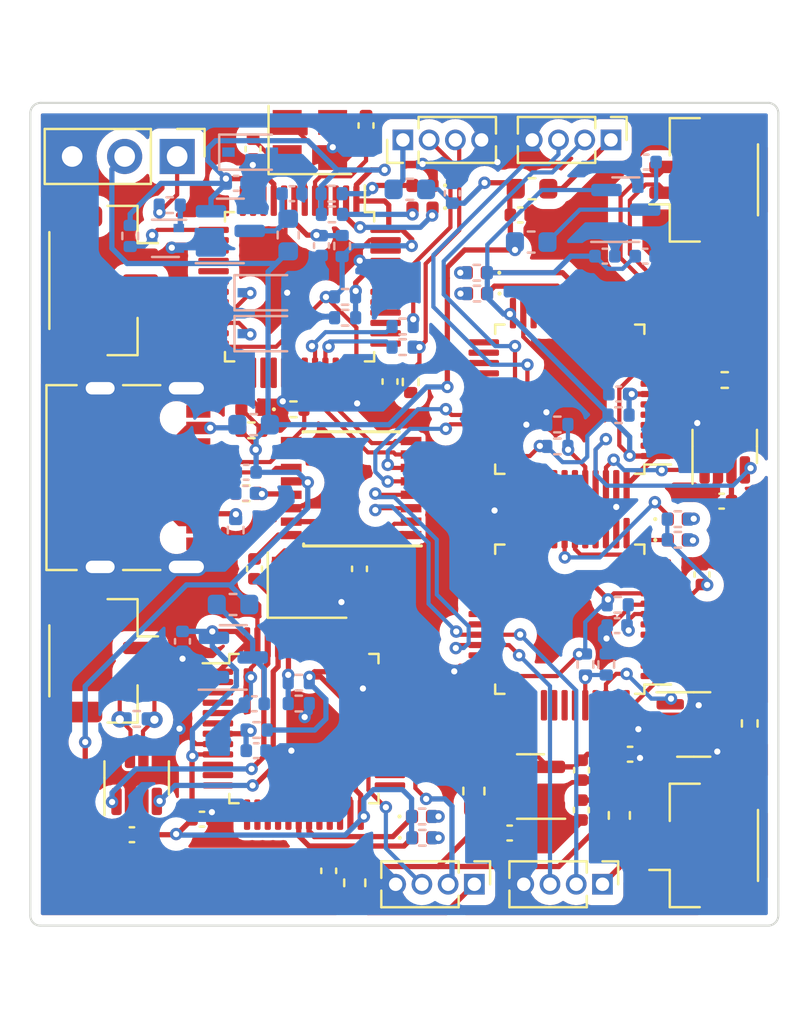
<source format=kicad_pcb>
(kicad_pcb (version 20211014) (generator pcbnew)
  (layers (0 "F.Cu" signal) (31 "B.Cu" signal) (34 "B.Paste" user) (35 "F.Paste" user) (36 "B.SilkS" user "B.Silkscreen") (37 "F.SilkS" user "F.Silkscreen") (38 "B.Mask" user) (39 "F.Mask" user) (44 "Edge.Cuts" user))
  (net 0 "")
  (net 1 "Net-(C1-Pad1)")
  (net 2 "Net-(C1-Pad2)")
  (net 3 "Net-(C2-Pad1)")
  (net 4 "Net-(C2-Pad2)")
  (net 5 "+3.3V")
  (net 6 "GND")
  (net 7 "+5V")
  (net 8 "/OSC_IN")
  (net 9 "/OSC_OUT")
  (net 10 "/3.3V_1")
  (net 11 "/3.3V_4")
  (net 12 "/NRST1")
  (net 13 "/3.3V_3")
  (net 14 "/3.3V_2")
  (net 15 "Net-(C22-Pad2)")
  (net 16 "Net-(C24-Pad2)")
  (net 17 "Net-(C25-Pad2)")
  (net 18 "Net-(C26-Pad2)")
  (net 19 "Net-(D1-Pad2)")
  (net 20 "/NRST2")
  (net 21 "Net-(D2-Pad2)")
  (net 22 "Net-(D3-Pad2)")
  (net 23 "/UART1_TX")
  (net 24 "/UART1_RX")
  (net 25 "/DBUS_RX")
  (net 26 "/NRST4")
  (net 27 "Net-(D9-Pad2)")
  (net 28 "/NRST3")
  (net 29 "Net-(D10-Pad2)")
  (net 30 "Net-(D11-Pad2)")
  (net 31 "Net-(D12-Pad2)")
  (net 32 "Net-(D13-Pad2)")
  (net 33 "Net-(D14-Pad2)")
  (net 34 "Net-(F1-Pad1)")
  (net 35 "Net-(F2-Pad1)")
  (net 36 "Net-(F3-Pad1)")
  (net 37 "Net-(F4-Pad1)")
  (net 38 "Net-(F5-Pad1)")
  (net 39 "Net-(J1-PadA5)")
  (net 40 "/USB+")
  (net 41 "/USB-")
  (net 44 "/CAN1-")
  (net 45 "/CAN1+")
  (net 46 "/CAN2-")
  (net 47 "/CAN2+")
  (net 48 "/CAN3-")
  (net 49 "/CAN3+")
  (net 50 "/DBUS1_RX")
  (net 51 "/USB1-")
  (net 52 "/USB1+")
  (net 53 "/USB2-")
  (net 54 "/USB2+")
  (net 55 "/USB3-")
  (net 56 "/USB3+")
  (net 57 "Net-(Q1-Pad1)")
  (net 58 "/UART2_RX")
  (net 59 "Net-(R3-Pad1)")
  (net 60 "/LED1")
  (net 61 "/USB4-")
  (net 62 "/USB4+")
  (net 121 "/CAN3_RX")
  (net 122 "/CAN3_TX")
  (net 154 "/CAN1_RX")
  (net 155 "/CAN1_TX")
  (net 187 "/CAN2_RX")
  (net 188 "/CAN2_TX")
  (net 191 "/LEDRX_1")
  (net 192 "/LEDTX_1")
  (net 193 "/LEDRX_3")
  (net 194 "/LEDTX_3")
  (net 195 "/LEDRX_2")
  (net 196 "/LEDTX_2")
  (net 197 "/BOOT0_1")
  (net 198 "/BOOT0_2")
  (net 199 "/BOOT0_4")
  (net 200 "/BOOT0_3")
  (net 201 "Net-(J8-Pad2)")
  (net 202 "Net-(J8-Pad3)")
  (footprint "Fuse:Fuse_0603_1608Metric" (layer "F.Cu") (at 67.174 43.688 180)
    (fp_text reference "F4" hide)
    (fp_text value "Fuse")
  )
  (footprint "Capacitor_SMD:C_0402_1005Metric" (layer "F.Cu") (at 66.0925 74.85 180)
    (fp_text reference "C25" hide)
    (fp_text value "1uF")
  )
  (footprint "Diode_SMD:D_0402_1005Metric" (layer "F.Cu") (at 64.5125 48.76 180)
    (fp_text reference "D10" hide)
    (fp_text value "LED_B")
  )
  (footprint "Diode_SMD:D_0402_1005Metric" (layer "F.Cu") (at 74.227947 59.668)
    (fp_text reference "D14" hide)
    (fp_text value "LED_B")
  )
  (footprint "Capacitor_SMD:C_0402_1005Metric" (layer "F.Cu") (at 53.744 62.073 -90)
    (fp_text reference "C1" hide)
    (fp_text value "12pf")
  )
  (footprint "Capacitor_SMD:C_0402_1005Metric" (layer "F.Cu") (at 66.604 44.958 180)
    (fp_text reference "C14" hide)
    (fp_text value "1uf")
  )
  (footprint "Capacitor_SMD:C_0402_1005Metric" (layer "F.Cu") (at 58.824 62.073 -90)
    (fp_text reference "C2" hide)
    (fp_text value "12pf")
  )
  (footprint "Capacitor_SMD:C_0402_1005Metric" (layer "F.Cu") (at 57.334 76.678 90)
    (fp_text reference "C18" hide)
    (fp_text value "1uf")
  )
  (footprint "Connector_USB:USB_C_Receptacle_Palconn_UTC16-G" (layer "F.Cu") (at 48.514 57.658 -90)
    (fp_text reference "J1" hide)
    (fp_text value "USB_C_Receptacle_USB2.0")
  )
  (footprint "Fuse:Fuse_0603_1608Metric" (layer "F.Cu") (at 64.36 72.82 -90)
    (fp_text reference "F8" hide)
    (fp_text value "0.5A")
  )
  (footprint "Diode_SMD:D_0402_1005Metric" (layer "F.Cu") (at 61.874 44.628 180)
    (fp_text reference "D2" hide)
    (fp_text value "LED_B")
  )
  (footprint "Package_QFP:LQFP-48_7x7mm_P0.5mm" (layer "F.Cu") (at 55.924 48.428 -90)
    (fp_text reference "U2" hide)
    (fp_text value "STM32F103C8T6")
  )
  (footprint "Package_QFP:LQFP-48_7x7mm_P0.5mm" (layer "F.Cu") (at 69.000447 53.868 180)
    (fp_text reference "U4" hide)
    (fp_text value "STM32F072C8T6")
  )
  (footprint "Capacitor_SMD:C_0402_1005Metric" (layer "F.Cu") (at 59.140447 40.631553 -90)
    (fp_text reference "C5" hide)
    (fp_text value "12pF")
  )
  (footprint "Oscillator:Oscillator_SMD_Abracon_ASE-4Pin_3.2x2.5mm" (layer "F.Cu") (at 56.284 62.863)
    (fp_text reference "Y1" hide)
    (fp_text value "12MHZ")
  )
  (footprint "Capacitor_SMD:C_0402_1005Metric" (layer "F.Cu") (at 53.674 41.77 90)
    (fp_text reference "C6" hide)
    (fp_text value "12pF")
  )
  (footprint "Package_SO:SSOP-16_4.4x5.2mm_P0.65mm" (layer "F.Cu") (at 58.42 58.166 180)
    (fp_text reference "U1" hide)
    (fp_text value "FE8.1")
  )
  (footprint "Capacitor_SMD:C_0402_1005Metric" (layer "F.Cu") (at 69.57 71.81 -90)
    (fp_text reference "C28" hide)
    (fp_text value "1uF")
  )
  (footprint "Diode_SMD:D_0402_1005Metric" (layer "F.Cu") (at 64.5 47.75 180)
    (fp_text reference "D9" hide)
    (fp_text value "LED_G")
  )
  (footprint "Connector_PinHeader_1.27mm:PinHeader_1x04_P1.27mm_Vertical" (layer "F.Cu") (at 70.584 77.328 -90)
    (fp_text reference "J11" hide)
    (fp_text value "Conn_01x04_Male")
  )
  (footprint "Resistor_SMD:R_0402_1005Metric" (layer "F.Cu") (at 61.3 53.035 -90)
    (fp_text reference "R12" hide)
    (fp_text value "1.5K")
  )
  (footprint "Package_TO_SOT_SMD:SOT-23" (layer "F.Cu") (at 67.1 72.6 180)
    (fp_text reference "U11" hide)
    (fp_text value "XC6206P332MR")
  )
  (footprint "Resistor_SMD:R_0402_1005Metric" (layer "F.Cu") (at 76.5 52.94)
    (fp_text reference "R29" hide)
    (fp_text value "120R")
  )
  (footprint "Package_QFP:LQFP-48_7x7mm_P0.5mm" (layer "F.Cu") (at 56.134 69.798)
    (fp_text reference "U3" hide)
    (fp_text value "STM32F072C8T6")
  )
  (footprint "Resistor_SMD:R_0402_1005Metric" (layer "F.Cu") (at 77.71 69.55 -90)
    (fp_text reference "R30" hide)
    (fp_text value "120R")
  )
  (footprint "Connector_PinHeader_1.27mm:PinHeader_1x04_P1.27mm_Vertical" (layer "F.Cu") (at 70.994 41.328 -90)
    (fp_text reference "J10" hide)
    (fp_text value "Conn_01x04_Male")
  )
  (footprint "Crystal:Crystal_SMD_3225-4Pin_3.2x2.5mm" (layer "F.Cu") (at 56.424 41.331553)
    (fp_text reference "Y2" hide)
    (fp_text value "Crystal_8M")
  )
  (footprint "Fuse:Fuse_0603_1608Metric" (layer "F.Cu") (at 71.4 74 90)
    (fp_text reference "F5" hide)
    (fp_text value "Fuse")
  )
  (footprint "Package_TO_SOT_SMD:SOT-23-8" (layer "F.Cu") (at 75 69.6)
    (fp_text reference "U8" hide)
    (fp_text value "MAX3051")
  )
  (footprint "Connector_PinHeader_1.27mm:PinHeader_1x04_P1.27mm_Vertical" (layer "F.Cu") (at 60.924 41.328 90)
    (fp_text reference "J8" hide)
    (fp_text value "Conn_01x04_Male")
  )
  (footprint "LED_SMD:LED_0402_1005Metric" (layer "F.Cu") (at 53.592 54.356 180)
    (fp_text reference "D3" hide)
    (fp_text value "LED")
  )
  (footprint "Diode_SMD:D_0402_1005Metric" (layer "F.Cu") (at 61.85 74.05)
    (fp_text reference "D12" hide)
    (fp_text value "LED_B")
  )
  (footprint "Package_TO_SOT_SMD:SOT-23-8" (layer "F.Cu") (at 76.5 56.15 90)
    (fp_text reference "U5" hide)
    (fp_text value "MAX3051")
  )
  (footprint "Connector_JST:JST_GH_SM02B-GHS-TB_1x02-1MP_P1.25mm_Horizontal" (layer "F.Cu") (at 75.55 75.45 90)
    (fp_text reference "J3" hide)
    (fp_text value "CAN")
  )
  (footprint "Capacitor_SMD:C_0402_1005Metric" (layer "F.Cu") (at 47.810447 74.931553 180)
    (fp_text reference "C20" hide)
    (fp_text value "0.1uF")
  )
  (footprint "Package_TO_SOT_SMD:SOT-23-8" (layer "F.Cu") (at 48.040447 72.181553 90)
    (fp_text reference "U7" hide)
    (fp_text value "MAX3051")
  )
  (footprint "Diode_SMD:D_0402_1005Metric" (layer "F.Cu") (at 74.227947 60.678)
    (fp_text reference "D13" hide)
    (fp_text value "LED_G")
  )
  (footprint "Capacitor_SMD:C_0402_1005Metric" (layer "F.Cu") (at 51.2 74.181553)
    (fp_text reference "C8" hide)
    (fp_text value "0.1uF")
  )
  (footprint "Capacitor_SMD:C_0402_1005Metric" (layer "F.Cu") (at 69.5625 73.74 90)
    (fp_text reference "C19" hide)
    (fp_text value "1uf")
  )
  (footprint "Capacitor_SMD:C_0402_1005Metric" (layer "F.Cu") (at 71.92 71.04)
    (fp_text reference "C21" hide)
    (fp_text value "0.1uF")
  )
  (footprint "Capacitor_SMD:C_0402_1005Metric" (layer "F.Cu") (at 75.4 62.35 90)
    (fp_text reference "C10" hide)
    (fp_text value "0.1uF")
  )
  (footprint "Package_QFP:LQFP-48_7x7mm_P0.5mm" (layer "F.Cu") (at 69.000447 64.508 180)
    (fp_text reference "U6" hide)
    (fp_text value "STM32F072C8T6")
  )
  (footprint "Resistor_SMD:R_0402_1005Metric" (layer "F.Cu") (at 55.626 54.356 180)
    (fp_text reference "R3" hide)
    (fp_text value "2.7k")
  )
  (footprint "Diode_SMD:D_0402_1005Metric" (layer "F.Cu") (at 61.874 43.528 180)
    (fp_text reference "D1" hide)
    (fp_text value "LED_R")
  )
  (footprint "Connector_JST:JST_GH_SM02B-GHS-TB_1x02-1MP_P1.25mm_Horizontal" (layer "F.Cu") (at 75.55 43.258 90)
    (fp_text reference "J2" hide)
    (fp_text value "CAN")
  )
  (footprint "Resistor_SMD:R_0402_1005Metric" (layer "F.Cu") (at 53.594 55.372 180)
    (fp_text reference "R6" hide)
    (fp_text value "510R")
  )
  (footprint "Connector_PinHeader_1.27mm:PinHeader_1x04_P1.27mm_Vertical" (layer "F.Cu") (at 64.384 77.328 -90)
    (fp_text reference "J9" hide)
    (fp_text value "Conn_01x04_Male")
  )
  (footprint "Fuse:Fuse_0603_1608Metric" (layer "F.Cu") (at 58.594 77.258 90)
    (fp_text reference "F2" hide)
    (fp_text value "Fuse")
  )
  (footprint "Capacitor_SMD:C_0402_1005Metric" (layer "F.Cu") (at 76.35 58.8 180)
    (fp_text reference "C29" hide)
    (fp_text value "1uF")
  )
  (footprint "Connector_PinHeader_2.54mm:PinHeader_1x03_P2.54mm_Vertical" (layer "F.Cu") (at 49.999 42.128 -90)
    (fp_text reference "J7" hide)
    (fp_text value "Conn_01x03_Male")
  )
  (footprint "Connector_JST:JST_GH_SM02B-GHS-TB_1x02-1MP_P1.25mm_Horizontal" (layer "F.Cu") (at 46.374 66.523 -90)
    (fp_text reference "J4" hide)
    (fp_text value "CAN")
  )
  (footprint "Capacitor_SMD:C_0402_1005Metric" (layer "F.Cu") (at 60.3 53.015 -90)
    (fp_text reference "C7" hide)
    (fp_text value "0.1uF")
  )
  (footprint "Connector_JST:JST_GH_SM03B-GHS-TB_1x03-1MP_P1.25mm_Horizontal" (layer "F.Cu") (at 46.374 48.128 -90)
    (fp_text reference "J6" hide)
    (fp_text value "Conn_01x03_Male")
  )
  (footprint "Resistor_SMD:R_0402_1005Metric" (layer "F.Cu") (at 53.34 58.42 180)
    (fp_text reference "R4" hide)
    (fp_text value "1.5K" hide)
  )
  (footprint "Diode_SMD:D_0402_1005Metric" (layer "F.Cu") (at 61.86 75.08)
    (fp_text reference "D11" hide)
    (fp_text value "LED_G")
  )
  (footprint "Resistor_SMD:R_0402_1005Metric" (layer "B.Cu") (at 57.984 46.458 90)
    (fp_text reference "R9" hide)
    (fp_text value "10K")
  )
  (footprint "Resistor_SMD:R_0402_1005Metric" (layer "B.Cu") (at 64.5 47.75 180)
    (fp_text reference "R13" hide)
    (fp_text value "510R")
  )
  (footprint "Resistor_SMD:R_0402_1005Metric" (layer "B.Cu") (at 68.4 56.15)
    (fp_text reference "R15" hide)
    (fp_text value "20K")
  )
  (footprint "Package_TO_SOT_SMD:SOT-523" (layer "B.Cu") (at 49.434 46.088 180)
    (fp_text reference "Q1" hide)
    (fp_text value "MMBT3904T")
  )
  (footprint "Capacitor_SMD:C_0402_1005Metric" (layer "B.Cu") (at 72.65 46.95)
    (fp_text reference "C17" hide)
    (fp_text value "0.1uF")
  )
  (footprint "Capacitor_SMD:C_0402_1005Metric" (layer "B.Cu") (at 53.734 68.598)
    (fp_text reference "C24" hide)
    (fp_text value "1uF")
  )
  (footprint "Capacitor_SMD:C_0402_1005Metric" (layer "B.Cu") (at 56.984 46.438 -90)
    (fp_text reference "C9" hide)
    (fp_text value "1uF")
  )
  (footprint "Resistor_SMD:R_0402_1005Metric" (layer "B.Cu") (at 55.884 68.588)
    (fp_text reference "R23" hide)
    (fp_text value "20K")
  )
  (footprint "Resistor_SMD:R_0402_1005Metric" (layer "B.Cu") (at 68.4 55.09 180)
    (fp_text reference "R16" hide)
    (fp_text value "20K")
  )
  (footprint "Resistor_SMD:R_0402_1005Metric" (layer "B.Cu") (at 48.04 69.33)
    (fp_text reference "R28" hide)
    (fp_text value "120R")
  )
  (footprint "Resistor_SMD:R_0402_1005Metric" (layer "B.Cu") (at 57.474 43.928)
    (fp_text reference "R1" hide)
    (fp_text value "510R")
  )
  (footprint "Fuse:Fuse_0603_1608Metric" (layer "B.Cu") (at 53.7 55.1)
    (fp_text reference "F1" hide)
    (fp_text value "Fuse")
  )
  (footprint "Resistor_SMD:R_0402_1005Metric" (layer "B.Cu") (at 74.230447 59.668)
    (fp_text reference "R21" hide)
    (fp_text value "510R")
  )
  (footprint "Capacitor_SMD:C_0402_1005Metric" (layer "B.Cu") (at 55.554 43.928 180)
    (fp_text reference "C22" hide)
    (fp_text value "1uF")
  )
  (footprint "Diode_SMD:D_SOD-323" (layer "B.Cu") (at 53.534 41.918)
    (fp_text reference "D8" hide)
    (fp_text value "PSD05C")
  )
  (footprint "Resistor_SMD:R_0402_1005Metric" (layer "B.Cu") (at 64.51 48.76 180)
    (fp_text reference "R14" hide)
    (fp_text value "510R")
  )
  (footprint "Resistor_SMD:R_0402_1005Metric" (layer "B.Cu") (at 49.640447 44.481553)
    (fp_text reference "R10" hide)
    (fp_text value "1K")
  )
  (footprint "Capacitor_SMD:C_0402_1005Metric" (layer "B.Cu") (at 52.854 43.428)
    (fp_text reference "C23" hide)
    (fp_text value "1uF")
  )
  (footprint "Resistor_SMD:R_0402_1005Metric" (layer "B.Cu") (at 61.865 75.08)
    (fp_text reference "R18" hide)
    (fp_text value "510R")
  )
  (footprint "Fuse:Fuse_0603_1608Metric" (layer "B.Cu") (at 61.2615 43.718)
    (fp_text reference "F3" hide)
    (fp_text value "Fuse")
  )
  (footprint "Resistor_SMD:R_0402_1005Metric" (layer "B.Cu") (at 71.320447 63.812)
    (fp_text reference "R27" hide)
    (fp_text value "10K")
  )
  (footprint "Capacitor_SMD:C_0402_1005Metric" (layer "B.Cu") (at 63.314 43.908 -90)
    (fp_text reference "C11" hide)
    (fp_text value "1uf")
  )
  (footprint "Resistor_SMD:R_0402_1005Metric" (layer "B.Cu") (at 53.844 69.868 180)
    (fp_text reference "R26" hide)
    (fp_text value "10K")
  )
  (footprint "Capacitor_SMD:C_0402_1005Metric" (layer "B.Cu") (at 50.2565 65.578 -90)
    (fp_text reference "C27" hide)
    (fp_text value "1uF")
  )
  (footprint "Diode_SMD:D_SOD-323" (layer "B.Cu") (at 54.274 50.698)
    (fp_text reference "D5" hide)
    (fp_text value "PSD05C")
  )
  (footprint "Capacitor_SMD:C_0402_1005Metric" (layer "B.Cu") (at 53.312 58.42 180)
    (fp_text reference "C3" hide)
    (fp_text value "10uf")
  )
  (footprint "Diode_SMD:D_SOD-323" (layer "B.Cu") (at 54.274 48.718)
    (fp_text reference "D4" hide)
    (fp_text value "PSD05C")
  )
  (footprint "Capacitor_SMD:C_0402_1005Metric" (layer "B.Cu") (at 72.7 42.4)
    (fp_text reference "C26" hide)
    (fp_text value "1uF")
  )
  (footprint "Resistor_SMD:R_0402_1005Metric" (layer "B.Cu") (at 58.124 48.918)
    (fp_text reference "R7" hide)
    (fp_text value "20K")
  )
  (footprint "Resistor_SMD:R_0402_1005Metric" (layer "B.Cu") (at 52.832 60.198 -90)
    (fp_text reference "R5" hide)
    (fp_text value "510R")
  )
  (footprint "Package_TO_SOT_SMD:SOT-23" (layer "B.Cu") (at 52.7165 66.358)
    (fp_text reference "U10" hide)
    (fp_text value "XC6206P332MR")
  )
  (footprint "Resistor_SMD:R_0402_1005Metric" (layer "B.Cu") (at 60.91 51.35)
    (fp_text reference "R31" hide)
    (fp_text value "22R")
  )
  (footprint "Resistor_SMD:R_0402_1005Metric" (layer "B.Cu") (at 60.91 50.35)
    (fp_text reference "R32" hide)
    (fp_text value "22R")
  )
  (footprint "Fuse:Fuse_0603_1608Metric" (layer "B.Cu") (at 52.704 63.798)
    (fp_text reference "F7" hide)
    (fp_text value "0.5A")
  )
  (footprint "Resistor_SMD:R_0402_1005Metric" (layer "B.Cu") (at 70.764447 66.696 90)
    (fp_text reference "R25" hide)
    (fp_text value "20K")
  )
  (footprint "Resistor_SMD:R_0402_1005Metric" (layer "B.Cu") (at 58.128 49.928 180)
    (fp_text reference "R8" hide)
    (fp_text value "20K")
  )
  (footprint "Capacitor_SMD:C_0402_1005Metric" (layer "B.Cu") (at 71.290447 64.818 180)
    (fp_text reference "C16" hide)
    (fp_text value "1uF")
  )
  (footprint "Capacitor_SMD:C_0402_1005Metric" (layer "B.Cu") (at 53.824 70.868)
    (fp_text reference "C15" hide)
    (fp_text value "1uF")
  )
  (footprint "Capacitor_SMD:C_0402_1005Metric" (layer "B.Cu") (at 71.370447 53.618 180)
    (fp_text reference "C13" hide)
    (fp_text value "1uF")
  )
  (footprint "Resistor_SMD:R_0402_1005Metric" (layer "B.Cu") (at 71.360447 54.638)
    (fp_text reference "R17" hide)
    (fp_text value "10K")
  )
  (footprint "Resistor_SMD:R_0402_1005Metric" (layer "B.Cu") (at 69.760447 66.698 -90)
    (fp_text reference "R24" hide)
    (fp_text value "20K")
  )
  (footprint "Resistor_SMD:R_0402_1005Metric" (layer "B.Cu") (at 74.230447 60.668)
    (fp_text reference "R20" hide)
    (fp_text value "510R")
  )
  (footprint "Resistor_SMD:R_0402_1005Metric" (layer "B.Cu") (at 57.489 44.928)
    (fp_text reference "R2" hide)
    (fp_text value "510R")
  )
  (footprint "Capacitor_SMD:C_0402_1005Metric" (layer "B.Cu") (at 53.34 57.404 180)
    (fp_text reference "C4" hide)
    (fp_text value "10uf")
  )
  (footprint "Resistor_SMD:R_0402_1005Metric" (layer "B.Cu") (at 55.884 67.578 180)
    (fp_text reference "R22" hide)
    (fp_text value "20K")
  )
  (footprint "Capacitor_SMD:C_0402_1005Metric" (layer "B.Cu") (at 70.7 46.95)
    (fp_text reference "C12" hide)
    (fp_text value "0.1uF")
  )
  (footprint "Fuse:Fuse_0603_1608Metric" (layer "B.Cu") (at 67.134 46.268 180)
    (fp_text reference "F9" hide)
    (fp_text value "0.5A")
  )
  (footprint "Package_TO_SOT_SMD:SOT-23" (layer "B.Cu") (at 71.7125 44.7)
    (fp_text reference "U12" hide)
    (fp_text value "XC6206P332MR")
  )
  (footprint "Resistor_SMD:R_0402_1005Metric" (layer "B.Cu") (at 47.726 45.972 90)
    (fp_text reference "R11" hide)
    (fp_text value "10K")
  )
  (footprint "Package_TO_SOT_SMD:SOT-23" (layer "B.Cu") (at 52.574 45.728)
    (fp_text reference "U9" hide)
    (fp_text value "XC6206P332MR")
  )
  (footprint "Fuse:Fuse_0603_1608Metric" (layer "B.Cu") (at 55.374 45.928 -90)
    (fp_text reference "F6" hide)
    (fp_text value "0.5A")
  )
  (footprint "Resistor_SMD:R_0402_1005Metric" (layer "B.Cu") (at 61.855 74.05)
    (fp_text reference "R19" hide)
    (fp_text value "510R")
  )
  (gr_arc (start 79.094 78.828) (mid 78.964932 79.164338) (end 78.644 79.328) (layer "Edge.Cuts") (width 0.1))
  (gr_arc (start 42.894 40.028) (mid 43.04295 39.679046) (end 43.394 39.535106) (layer "Edge.Cuts") (width 0.1))
  (gr_arc (start 43.394 79.328) (mid 43.03511 79.18689) (end 42.894 78.828) (layer "Edge.Cuts") (width 0.1))
  (gr_line (start 79.094 78.828) (end 79.094 40.028) (layer "Edge.Cuts") (width 0.1))
  (gr_line (start 43.394 39.535106) (end 78.644 39.535106) (layer "Edge.Cuts") (width 0.1))
  (gr_line (start 43.394 79.328) (end 78.644 79.328) (layer "Edge.Cuts") (width 0.1))
  (gr_line (start 42.894 78.828) (end 42.894 40.028) (layer "Edge.Cuts") (width 0.1))
  (gr_arc (start 78.644 39.535106) (mid 78.96256 39.696135) (end 79.094 40.028) (layer "Edge.Cuts") (width 0.1))
  (segment (start 55.52 60.441) (end 54.896 60.441) (width 0.254) (layer "F.Cu") (net 1))
  (segment (start 54.896 60.441) (end 53.744 61.593) (width 0.254) (layer "F.Cu") (net 1))
  (segment (start 54.879 63.688) (end 55.234 63.688) (width 0.254) (layer "F.Cu") (net 2))
  (segment (start 53.744 62.553) (end 54.879 63.688) (width 0.254) (layer "F.Cu") (net 2))
  (segment (start 55.52 59.791) (end 57.022 59.791) (width 0.254) (layer "F.Cu") (net 3))
  (segment (start 57.022 59.791) (end 58.824 61.593) (width 0.254) (layer "F.Cu") (net 3))
  (segment (start 58.298562 62.038) (end 57.334 62.038) (width 0.254) (layer "F.Cu") (net 4))
  (segment (start 58.813562 62.553) (end 58.298562 62.038) (width 0.254) (layer "F.Cu") (net 4))
  (segment (start 58.824 62.553) (end 58.813562 62.553) (width 0.254) (layer "F.Cu") (net 4))
  (segment (start 55.479 58.45) (end 55.52 58.491) (width 0.254) (layer "F.Cu") (net 5))
  (segment (start 54.1 58.45) (end 55.479 58.45) (width 0.254) (layer "F.Cu") (net 5))
  (via (at 54.1 58.45) (size 0.6) (drill 0.3) (layers "F.Cu" "B.Cu") (net 5))
  (segment (start 55.348 62.038) (end 56.998 63.688) (width 0.2032) (layer "F.Cu") (net 6))
  (segment (start 71.250447 58.939553) (end 71.25 58.94) (width 0.2032) (layer "F.Cu") (net 6))
  (segment (start 53.884 64.064) (end 53.884 65.6355) (width 0.2032) (layer "F.Cu") (net 6))
  (segment (start 58.174 53.534) (end 58.71 54.07) (width 0.2032) (layer "F.Cu") (net 6))
  (segment (start 50.836 53.73) (end 53.451 53.73) (width 0.2032) (layer "F.Cu") (net 6))
  (segment (start 58.384 73.9605) (end 58.384 73.190407) (width 0.2032) (layer "F.Cu") (net 6))
  (segment (start 64.837947 56.118) (end 65.882 56.118) (width 0.2032) (layer "F.Cu") (net 6))
  (segment (start 53.884 65.6355) (end 53.884 66.555103) (width 0.2032) (layer "F.Cu") (net 6))
  (segment (start 73.162947 63.758) (end 73.93779 63.758) (width 0.2032) (layer "F.Cu") (net 6))
  (segment (start 51.798 61.978) (end 53.884 64.064) (width 0.2032) (layer "F.Cu") (net 6))
  (segment (start 50.918 70.548) (end 50.17365 69.80365) (width 0.2032) (layer "F.Cu") (net 6))
  (segment (start 70.78 65.049789) (end 70.78 65.44) (width 0.2032) (layer "F.Cu") (net 6))
  (segment (start 66.750447 59.370447) (end 66.63 59.25) (width 0.2032) (layer "F.Cu") (net 6))
  (segment (start 73.162947 53.118) (end 73.93304 53.118) (width 0.2032) (layer "F.Cu") (net 6))
  (segment (start 76.175 57.2875) (end 76.175 58.495) (width 0.2032) (layer "F.Cu") (net 6))
  (segment (start 55.324 40.481553) (end 55.401553 40.481553) (width 0.2032) (layer "F.Cu") (net 6))
  (segment (start 71.48 69.9) (end 72.25 69.9) (width 0.2032) (layer "F.Cu") (net 6))
  (segment (start 58.384 73.190407) (end 56.061593 70.868) (width 0.2032) (layer "F.Cu") (net 6))
  (segment (start 55.401553 40.481553) (end 57.101553 42.181553) (width 0.2032) (layer "F.Cu") (net 6))
  (segment (start 50.991407 50.678) (end 50.444 51.225407) (width 0.2032) (layer "F.Cu") (net 6))
  (segment (start 47.715447 73.319053) (end 47.715447 74.546553) (width 0.2032) (layer "F.Cu") (net 6))
  (segment (start 75.525 54.70996) (end 75.525 55.0125) (width 0.2032) (layer "F.Cu") (net 6))
  (segment (start 66.63 59.25) (end 65.36 59.25) (width 0.2032) (layer "F.Cu") (net 6))
  (segment (start 65.882 56.118) (end 66.9 55.1) (width 0.2032) (layer "F.Cu") (net 6))
  (segment (start 53.5695 66.869603) (end 53.5695 67.32) (width 0.2032) (layer "F.Cu") (net 6))
  (segment (start 71.250447 69.670447) (end 71.48 69.9) (width 0.2032) (layer "F.Cu") (net 6))
  (segment (start 55.24 45.101593) (end 55.24 48.65) (width 0.2032) (layer "F.Cu") (net 6))
  (segment (start 67.87 51.969209) (end 67.87 54.5) (width 0.2032) (layer "F.Cu") (net 6))
  (segment (start 57.334 77.158) (end 57.4824 77.3064) (width 0.2032) (layer "F.Cu") (net 6))
  (segment (start 58.174 52.5905) (end 58.174 53.534) (width 0.2032) (layer "F.Cu") (net 6))
  (segment (start 60.5524 77.3064) (end 60.574 77.328) (width 0.2032) (layer "F.Cu") (net 6))
  (segment (start 73.98619 63.8064) (end 72.023389 63.8064) (width 0.2032) (layer "F.Cu") (net 6))
  (segment (start 50.17365 69.80365) (end 50.113295 69.80365) (width 0.2032) (layer "F.Cu") (net 6))
  (segment (start 66.750447 49.7055) (end 66.750447 50.849656) (width 0.2032) (layer "F.Cu") (net 6))
  (segment (start 71.250447 58.940447) (end 71.250447 59.079556) (width 0.2032) (layer "F.Cu") (net 6))
  (segment (start 58.856503 47.19) (end 58.832687 47.166184) (width 0.2032) (layer "F.Cu") (net 6))
  (segment (start 73.93779 63.758) (end 73.98619 63.8064) (width 0.2032) (layer "F.Cu") (net 6))
  (segment (start 47.715447 74.546553) (end 47.330447 74.931553) (width 0.2032) (layer "F.Cu") (net 6))
  (segment (start 62.359 43.528) (end 62.359 42.975) (width 0.2032) (layer "F.Cu") (net 6))
  (segment (start 59.316407 46.178) (end 58.89 46.604407) (width 0.2032) (layer "F.Cu") (net 6))
  (segment (start 55.24 48.65) (end 55.308 48.718) (width 0.2032) (layer "F.Cu") (net 6))
  (segment (start 64.837947 66.758) (end 63.682 66.758) (width 0.2032) (layer "F.Cu") (net 6))
  (segment (start 50.444 51.225407) (end 50.444 53.338) (width 0.2032) (layer "F.Cu") (net 6))
  (segment (start 50.444 53.338) (end 50.836 53.73) (width 0.2032) (layer "F.Cu") (net 6))
  (segment (start 51.9715 70.548) (end 50.918 70.548) (width 0.2032) (layer "F.Cu") (net 6))
  (segment (start 58.89 47.19) (end 58.856503 47.19) (width 0.2032) (layer "F.Cu") (net 6))
  (segment (start 66.750447 50.849656) (end 67.87 51.969209) (width 0.2032) (layer "F.Cu") (net 6))
  (segment (start 47.065447 71.044053) (end 47.065447 71.589146) (width 0.2032) (layer "F.Cu") (net 6))
  (segment (start 56.061593 70.868) (end 55.528 70.868) (width 0.2032) (layer "F.Cu") (net 6))
  (segment (start 55.174 44.2655) (end 55.174 45.035593) (width 0.2032) (layer "F.Cu") (net 6))
  (segment (start 55.174 45.035593) (end 55.24 45.101593) (width 0.2032) (layer "F.Cu") (net 6))
  (segment (start 53.451 53.73) (end 54.077 54.356) (width 0.2032) (layer "F.Cu") (net 6))
  (segment (start 55.308 48.718) (end 55.324 48.718) (width 0.2032) (layer "F.Cu") (net 6))
  (segment (start 57.4824 77.3064) (end 60.5524 77.3064) (width 0.2032) (layer "F.Cu") (net 6))
  (segment (start 73.93304 53.118) (end 75.525 54.70996) (width 0.2032) (layer "F.Cu") (net 6))
  (segment (start 71.250447 68.6705) (end 71.250447 69.670447) (width 0.2032) (layer "F.Cu") (net 6))
  (segment (start 60.2965 67.548) (end 59.302 67.548) (width 0.2032) (layer "F.Cu") (net 6))
  (segment (start 59.302 67.548) (end 58.99 67.86) (width 0.2032) (layer "F.Cu") (net 6))
  (segment (start 54.077 54.356) (end 55.116 54.356) (width 0.2032) (layer "F.Cu") (net 6))
  (segment (start 56.998 63.688) (end 57.334 63.688) (width 0.2032) (layer "F.Cu") (net 6))
  (segment (start 58.89 46.604407) (end 58.89 47.19) (width 0.2032) (layer "F.Cu") (net 6))
  (segment (start 47.065447 71.589146) (end 47.715447 72.239146) (width 0.2032) (layer "F.Cu") (net 6))
  (segment (start 60.0865 46.178) (end 59.316407 46.178) (width 0.2032) (layer "F.Cu") (net 6))
  (segment (start 53.884 66.555103) (end 53.5695 66.869603) (width 0.2032) (layer "F.Cu") (net 6))
  (segment (start 76.175 58.495) (end 75.87 58.8) (width 0.2032) (layer "F.Cu") (net 6))
  (segment (start 62.359 42.975) (end 61.875 42.491) (width 0.2032) (layer "F.Cu") (net 6))
  (segment (start 47.715447 72.239146) (end 47.715447 73.319053) (width 0.2032) (layer "F.Cu") (net 6))
  (segment (start 71.25 58.94) (end 71.250447 58.940447) (width 0.2032) (layer "F.Cu") (net 6))
  (segment (start 66.750447 60.3455) (end 66.750447 59.370447) (width 0.2032) (layer "F.Cu") (net 6))
  (segment (start 57.101553 42.181553) (end 57.524 42.181553) (width 0.2032) (layer "F.Cu") (net 6))
  (segment (start 50.444 61.978) (end 51.798 61.978) (width 0.2032) (layer "F.Cu") (net 6))
  (segment (start 63.682 66.758) (end 63.41 67.03) (width 0.2032) (layer "F.Cu") (net 6))
  (segment (start 72.023389 63.8064) (end 70.78 65.049789) (width 0.2032) (layer "F.Cu") (net 6))
  (segment (start 71.250447 58.0305) (end 71.250447 58.939553) (width 0.2032) (layer "F.Cu") (net 6))
  (segment (start 51.7615 50.678) (end 50.991407 50.678) (width 0.2032) (layer "F.Cu") (net 6))
  (segment (start 55.234 62.038) (end 55.348 62.038) (width 0.2032) (layer "F.Cu") (net 6))
  (via (at 70.78 65.44) (size 0.6) (drill 0.3) (layers "F.Cu" "B.Cu") (net 6))
  (via (at 58.832687 47.166184) (size 0.6) (drill 0.3) (layers "F.Cu" "B.Cu") (net 6))
  (via (at 61.875 42.491) (size 0.6) (drill 0.3) (layers "F.Cu" "B.Cu") (net 6))
  (via (at 72.32 69.8273) (size 0.6) (drill 0.3) (layers "F.Cu" "B.Cu") (net 6))
  (via (at 55.324 48.718) (size 0.6) (drill 0.3) (layers "F.Cu" "B.Cu") (net 6))
  (via (at 58.71 54.07) (size 0.6) (drill 0.3) (layers "F.Cu" "B.Cu") (net 6))
  (via (at 67.87 54.5) (size 0.6) (drill 0.3) (layers "F.Cu" "B.Cu") (net 6))
  (via (at 53.5695 67.32) (size 0.6) (drill 0.3) (layers "F.Cu" "B.Cu") (net 6))
  (via (at 49.74 46.54) (size 0.6) (drill 0.3) (layers "F.Cu" "B.Cu") (net 6))
  (via (at 72.4 71.22) (size 0.6) (drill 0.3) (layers "F.Cu" "B.Cu") (net 6))
  (via (at 65.36 59.25) (size 0.6) (drill 0.3) (layers "F.Cu" "B.Cu") (net 6))
  (via (at 50.113295 69.80365) (size 0.6) (drill 0.3) (layers "F.Cu" "B.Cu") (net 6))
  (via (at 57.53 41.68) (size 0.6) (drill 0.3) (layers "F.Cu" "B.Cu") (net 6))
  (via (at 75.24 68.67) (size 0.6) (drill 0.3) (layers "F.Cu" "B.Cu") (net 6))
  (via (at 55.528 70.868) (size 0.6) (drill 0.3) (layers "F.Cu" "B.Cu") (net 6))
  (via (at 50.26 66.42) (size 0.6) (drill 0.3) (layers "F.Cu" "B.Cu") (net 6))
  (via (at 53.66 42.54) (size 0.6) (drill 0.3) (layers "F.Cu" "B.Cu") (net 6))
  (via (at 51.68 73.84) (size 0.6) (drill 0.3) (layers "F.Cu" "B.Cu") (net 6))
  (via (at 76.14 70.91) (size 0.6) (drill 0.3) (layers "F.Cu" "B.Cu") (net 6))
  (via (at 66.9 55.1) (size 0.6) (drill 0.3) (layers "F.Cu" "B.Cu") (net 6))
  (via (at 55.11 53.97) (size 0.6) (drill 0.3) (layers "F.Cu" "B.Cu") (net 6))
  (via (at 58.99 67.86) (size 0.6) (drill 0.3) (layers "F.Cu" "B.Cu") (net 6))
  (via (at 56.17 69.24) (size 0.6) (drill 0.3) (layers "F.Cu" "B.Cu") (net 6))
  (via (at 65.5 42.4) (size 0.6) (drill 0.3) (layers "F.Cu" "B.Cu") (net 6))
  (via (at 57.95 63.68) (size 0.6) (drill 0.3) (layers "F.Cu" "B.Cu") (net 6))
  (via (at 63.41 67.03) (size 0.6) (drill 0.3) (layers "F.Cu" "B.Cu") (net 6))
  (via (at 75.17 55.02) (size 0.6) (drill 0.3) (layers "F.Cu" "B.Cu") (net 6))
  (via (at 71.250447 59.079556) (size 0.6) (drill 0.3) (layers "F.Cu" "B.Cu") (net 6))
  (segment (start 56.394 68.588) (end 56.394 69.016) (width 0.2032) (layer "B.Cu") (net 6))
  (segment (start 50.2565 66.058) (end 50.2565 66.4165) (width 0.2032) (layer "B.Cu") (net 6))
  (segment (start 56.394 69.016) (end 56.17 69.24) (width 0.2032) (layer "B.Cu") (net 6))
  (segment (start 53.5695 68.2905) (end 53.5695 67.32) (width 0.2032) (layer "B.Cu") (net 6))
  (segment (start 54.304 70.868) (end 55.528 70.868) (width 0.2032) (layer "B.Cu") (net 6))
  (segment (start 55.12 54.07) (end 55.11 54.06) (width 0.2032) (layer "B.Cu") (net 6))
  (segment (start 58.71 54.07) (end 55.12 54.07) (width 0.2032) (layer "B.Cu") (net 6))
  (segment (start 55.53 70.87) (end 55.528 70.868) (width 0.2032) (layer "B.Cu") (net 6))
  (segment (start 50.2565 66.4165) (end 50.26 66.42) (width 0.2032) (layer "B.Cu") (net 6))
  (segment (start 53.254 68.598) (end 53.262 68.598) (width 0.2032) (layer "B.Cu") (net 6))
  (segment (start 53.262 68.598) (end 53.5695 68.2905) (width 0.2032) (layer "B.Cu") (net 6))
  (segment (start 56.320313 57.891859) (end 56.269454 57.841) (width 0.254) (layer "F.Cu") (net 7))
  (segment (start 53.084 55.372) (end 53.084 55.384) (width 0.2032) (layer "F.Cu") (net 7))
  (segment (start 66.35 46.65) (end 63.913288 46.65) (width 0.254) (layer "F.Cu") (net 7))
  (segment (start 66.0985 43.4) (end 66.3865 43.688) (width 0.254) (layer "F.Cu") (net 7))
  (segment (start 57.334 76.198) (end 58.3215 76.198) (width 0.254) (layer "F.Cu") (net 7))
  (segment (start 66.124 46.424) (end 66.35 46.65) (width 0.254) (layer "F.Cu") (net 7))
  (segment (start 53.75 56.05) (end 53.75 56.4) (width 0.2032) (layer "F.Cu") (net 7))
  (segment (start 57.334 76.198) (end 47.298 76.198) (width 0.254) (layer "F.Cu") (net 7))
  (segment (start 66.1 44.934) (end 66.124 44.958) (width 0.254) (layer "F.Cu") (net 7))
  (segment (start 64.875 43.4) (end 66.0985 43.4) (width 0.254) (layer "F.Cu") (net 7))
  (segment (start 66.3865 43.688) (end 66.1 43.9745) (width 0.254) (layer "F.Cu") (net 7))
  (segment (start 71.4 73.540693) (end 68.470193 76.4705) (width 0.254) (layer "F.Cu") (net 7))
  (segment (start 56.269454 57.841) (end 55.52 57.841) (width 0.254) (layer "F.Cu") (net 7))
  (segment (start 45.55 74.45) (end 45.55 70.45) (width 0.254) (layer "F.Cu") (net 7))
  (segment (start 62.6295 76.4705) (end 64.36 74.74) (width 0.254) (layer "F.Cu") (net 7))
  (segment (start 63.913288 46.65) (end 63.073 47.490288) (width 0.254) (layer "F.Cu") (net 7))
  (segment (start 66.124 44.958) (end 66.124 46.424) (width 0.254) (layer "F.Cu") (net 7))
  (segment (start 47.298 76.198) (end 45.55 74.45) (width 0.254) (layer "F.Cu") (net 7))
  (segment (start 64.36 74.74) (end 64.36 73.6075) (width 0.254) (layer "F.Cu") (net 7))
  (segment (start 63.073 48.009712) (end 63.075 48.011712) (width 0.254) (layer "F.Cu") (net 7))
  (segment (start 53.084 55.384) (end 53.75 56.05) (width 0.2032) (layer "F.Cu") (net 7))
  (segment (start 63.075 48.011712) (end 63.075 53.264947) (width 0.254) (layer "F.Cu") (net 7))
  (segment (start 69.5625 73.26) (end 71.3525 73.26) (width 0.254) (layer "F.Cu") (net 7))
  (segment (start 58.594 76.4705) (end 62.6295 76.4705) (width 0.254) (layer "F.Cu") (net 7))
  (segment (start 66.1 43.9745) (end 66.1 44.934) (width 0.254) (layer "F.Cu") (net 7))
  (segment (start 58.3215 76.198) (end 58.594 76.4705) (width 0.254) (layer "F.Cu") (net 7))
  (segment (start 68.470193 76.4705) (end 62.6295 76.4705) (width 0.254) (layer "F.Cu") (net 7))
  (segment (start 63.073 47.490288) (end 63.073 48.009712) (width 0.254) (layer "F.Cu") (net 7))
  (via (at 64.875 43.4) (size 0.6) (drill 0.3) (layers "F.Cu" "B.Cu") (net 7))
  (via (at 66.35 46.65) (size 0.6) (drill 0.3) (layers "F.Cu" "B.Cu") (net 7))
  (via (at 63.075 53.275) (size 0.6) (drill 0.3) (layers "F.Cu" "B.Cu") (net 7))
  (via (at 45.55 70.45) (size 0.6) (drill 0.3) (layers "F.Cu" "B.Cu") (net 7))
  (via (at 56.320313 57.891859) (size 0.6) (drill 0.3) (layers "F.Cu" "B.Cu") (net 7))
  (via (at 53.8 56.3085) (size 0.6) (drill 0.3) (layers "F.Cu" "B.Cu") (net 7))
  (segment (start 64.875 43.4) (end 63.887 44.388) (width 0.254) (layer "B.Cu") (net 7))
  (segment (start 47.459 42.128) (end 46.840447 42.746553) (width 0.254) (layer "B.Cu") (net 7))
  (segment (start 47.575633 47.305) (end 52.42158 47.305) (width 0.254) (layer "B.Cu") (net 7))
  (segment (start 53.82 57.404) (end 53.82 55.7675) (width 0.254) (layer "B.Cu") (net 7))
  (segment (start 56.320313 57.891859) (end 56.320313 59.129687) (width 0.254) (layer "B.Cu") (net 7))
  (segment (start 46.840447 46.569814) (end 47.575633 47.305) (width 0.254) (layer "B.Cu") (net 7))
  (segment (start 45.55 67.75) (end 45.55 70.45) (width 0.254) (layer "B.Cu") (net 7))
  (segment (start 60.25 55.1) (end 54.4875 55.1) (width 0.254) (layer "B.Cu") (net 7))
  (segment (start 63.313 44.388) (end 63.314 44.388) (width 0.2032) (layer "B.Cu") (net 7))
  (segment (start 63.887 44.388) (end 63.314 44.388) (width 0.254) (layer "B.Cu") (net 7))
  (segment (start 54.7895 47.3) (end 55.374 46.7155) (width 0.254) (layer "B.Cu") (net 7))
  (segment (start 53.82 55.7675) (end 54.4875 55.1) (width 0.254) (layer "B.Cu") (net 7))
  (segment (start 62.049 43.718) (end 62.643 43.718) (width 0.2032) (layer "B.Cu") (net 7))
  (segment (start 50.45 62.85) (end 45.55 67.75) (width 0.254) (layer "B.Cu") (net 7))
  (segment (start 56.320313 57.891859) (end 55.832454 57.404) (width 0.254) (layer "B.Cu") (net 7))
  (segment (start 62.075 53.275) (end 60.25 55.1) (width 0.254) (layer "B.Cu") (net 7))
  (segment (start 56.320313 59.129687) (end 52.6 62.85) (width 0.254) (layer "B.Cu") (net 7))
  (segment (start 54.4 47.7) (end 54.4 55.0125) (width 0.254) (layer "B.Cu") (net 7))
  (segment (start 52.6 62.85) (end 50.45 62.85) (width 0.254) (layer "B.Cu") (net 7))
  (segment (start 52.42158 47.305) (end 52.42658 47.3) (width 0.254) (layer "B.Cu") (net 7))
  (segment (start 52.6 62.85) (end 52.6 62.9065) (width 0.254) (layer "B.Cu") (net 7))
  (segment (start 54.4 55.0125) (end 54.4875 55.1) (width 0.254) (layer "B.Cu") (net 7))
  (segment (start 55.374 46.7155) (end 55.374 46.726) (width 0.254) (layer "B.Cu") (net 7))
  (segment (start 55.832454 57.404) (end 53.82 57.404) (width 0.254) (layer "B.Cu") (net 7))
  (segment (start 55.374 46.726) (end 54.4 47.7) (width 0.254) (layer "B.Cu") (net 7))
  (segment (start 63.075 53.275) (end 62.075 53.275) (width 0.254) (layer "B.Cu") (net 7))
  (segment (start 62.643 43.718) (end 63.313 44.388) (width 0.2032) (layer "B.Cu") (net 7))
  (segment (start 52.6 62.9065) (end 53.4915 63.798) (width 0.254) (layer "B.Cu") (net 7))
  (segment (start 46.840447 42.746553) (end 46.840447 46.569814) (width 0.254) (layer "B.Cu") (net 7))
  (segment (start 52.42658 47.3) (end 54.7895 47.3) (width 0.254) (layer "B.Cu") (net 7))
  (segment (start 58.510447 40.481553) (end 59.140447 41.111553) (width 0.2032) (layer "F.Cu") (net 8))
  (segment (start 57.524 40.481553) (end 58.510447 40.481553) (width 0.2032) (layer "F.Cu") (net 8))
  (segment (start 59.140447 42.331553) (end 59.140447 41.111553) (width 0.2032) (layer "F.Cu") (net 8))
  (segment (start 56.674 43.3548) (end 56.945647 43.083153) (width 0.2032) (layer "F.Cu") (net 8))
  (segment (start 58.388847 43.083153) (end 59.140447 42.331553) (width 0.2032) (layer "F.Cu") (net 8))
  (segment (start 56.674 44.2655) (end 56.674 43.3548) (width 0.2032) (layer "F.Cu") (net 8))
  (segment (start 56.945647 43.083153) (end 58.388847 43.083153) (width 0.2032) (layer "F.Cu") (net 8))
  (segment (start 53.674 41.29) (end 54.565553 42.181553) (width 0.2032) (layer "F.Cu") (net 9))
  (segment (start 56.174 44.2655) (end 56.174 43.031553) (width 0.2032) (layer "F.Cu") (net 9))
  (segment (start 56.174 43.031553) (end 55.420447 42.278) (width 0.2032) (layer "F.Cu") (net 9))
  (segment (start 54.565553 42.181553) (end 55.324 42.181553) (width 0.2032) (layer "F.Cu") (net 9))
  (segment (start 54.674 43.459486) (end 54.674 44.2655) (width 0.254) (layer "F.Cu") (net 10))
  (segment (start 58.674 44.2655) (end 58.674 43.498) (width 0.254) (layer "F.Cu") (net 10))
  (segment (start 61.3 53.535) (end 60.3 52.535) (width 0.2032) (layer "F.Cu") (net 10))
  (segment (start 58.7295 52.535) (end 58.674 52.5905) (width 0.2032) (layer "F.Cu") (net 10))
  (segment (start 61.3 53.545) (end 61.3 53.535) (width 0.2032) (layer "F.Cu") (net 10))
  (segment (start 51.7615 51.178) (end 51.916653 51.333153) (width 0.2032) (layer "F.Cu") (net 10))
  (segment (start 60.0865 45.678) (end 60.892514 45.678) (width 0.254) (layer "F.Cu") (net 10))
  (segment (start 54.791847 51.333153) (end 57.2 48.925) (width 0.2032) (layer "F.Cu") (net 10))
  (segment (start 54.415514 43.201) (end 54.674 43.459486) (width 0.254) (layer "F.Cu") (net 10))
  (segment (start 60.040447 44.281553) (end 60.240447 44.481553) (width 0.254) (layer "F.Cu") (net 10))
  (segment (start 60.3 52.535) (end 58.7295 52.535) (width 0.2032) (layer "F.Cu") (net 10))
  (segment (start 58.674 50.399) (end 58.674 52.5905) (width 0.2032) (layer "F.Cu") (net 10))
  (segment (start 59.395161 42.776839) (end 60.038958 42.776839) (width 0.254) (layer "F.Cu") (net 10))
  (segment (start 61.35 46.135486) (end 61.35 46.45) (width 0.254) (layer "F.Cu") (net 10))
  (segment (start 60.892514 45.678) (end 61.35 46.135486) (width 0.254) (layer "F.Cu") (net 10))
  (segment (start 57.2 48.925) (end 58.674 50.399) (width 0.2032) (layer "F.Cu") (net 10))
  (segment (start 52.361 43.201) (end 54.415514 43.201) (width 0.254) (layer "F.Cu") (net 10))
  (segment (start 51.916653 51.333153) (end 54.791847 51.333153) (width 0.2032) (layer "F.Cu") (net 10))
  (segment (start 58.674 44.2655) (end 58.690053 44.281553) (width 0.254) (layer "F.Cu") (net 10))
  (segment (start 52.36 43.2) (end 52.361 43.201) (width 0.254) (layer "F.Cu") (net 10))
  (segment (start 58.690053 44.281553) (end 60.040447 44.281553) (width 0.254) (layer "F.Cu") (net 10))
  (segment (start 58.674 43.498) (end 59.395161 42.776839) (width 0.254) (layer "F.Cu") (net 10))
  (segment (start 60.240447 44.481553) (end 60.240447 45.674053) (width 0.254) (layer "F.Cu") (net 10))
  (via (at 61.35 46.45) (size 0.6) (drill 0.3) (layers "F.Cu" "B.Cu") (net 10))
  (via (at 52.36 43.2) (size 0.6) (drill 0.3) (layers "F.Cu" "B.Cu") (net 10))
  (via (at 60.038958 42.776839) (size 0.6) (drill 0.3) (layers "F.Cu" "B.Cu") (net 10))
  (via (at 57.2 48.925) (size 0.6) (drill 0.3) (layers "F.Cu" "B.Cu") (net 10))
  (segment (start 51.6365 44.1655) (end 52.374 43.428) (width 0.254) (layer "B.Cu") (net 10))
  (segment (start 57.607 48.925) (end 57.614 48.918) (width 0.254) (layer "B.Cu") (net 10))
  (segment (start 52.36 43.2) (end 51.49 42.33) (width 0.254) (layer "B.Cu") (net 10))
  (segment (start 60.034244 42.781553) (end 57.940447 42.781553) (width 0.254) (layer "B.Cu") (net 10))
  (segment (start 52.374 43.428) (end 52.374 43.309288) (width 0.254) (layer "B.Cu") (net 10))
  (segment (start 56.329288 41.366) (end 57.744841 42.781553) (width 0.254) (layer "B.Cu") (net 10))
  (segment (start 61.35 46.45) (end 58.502 46.45) (width 0.254) (layer "B.Cu") (net 10))
  (segment (start 47.726 45.462) (end 47.726 44.912633) (width 0.254) (layer "B.Cu") (net 10))
  (segment (start 51.857 41.366) (end 56.329288 41.366) (width 0.254) (layer "B.Cu") (net 10))
  (segment (start 56.964 43.928) (end 56.964 43.576) (width 0.254) (layer "B.Cu") (net 10))
  (segment (start 57.2 48.925) (end 57.607 48.925) (width 0.254) (layer "B.Cu") (net 10))
  (segment (start 51.6365 44.778) (end 51.6365 44.1655) (width 0.254) (layer "B.Cu") (net 10))
  (segment (start 60.038958 42.776839) (end 60.034244 42.781553) (width 0.254) (layer "B.Cu") (net 10))
  (segment (start 56.964 44.913) (end 56.979 44.928) (width 0.254) (layer "B.Cu") (net 10))
  (segment (start 56.964 43.576) (end 57.758447 42.781553) (width 0.254) (layer "B.Cu") (net 10))
  (segment (start 57.984 46.968) (end 57.984 48.548) (width 0.254) (layer "B.Cu") (net 10))
  (segment (start 57.758447 42.781553) (end 57.940447 42.781553) (width 0.254) (layer "B.Cu") (net 10))
  (segment (start 58.502 46.45) (end 57.984 46.968) (width 0.254) (layer "B.Cu") (net 10))
  (segment (start 57.744841 42.781553) (end 57.940447 42.781553) (width 0.254) (layer "B.Cu") (net 10))
  (segment (start 49.210633 43.428) (end 52.374 43.428) (width 0.254) (layer "B.Cu") (net 10))
  (segment (start 51.49 41.733) (end 51.857 41.366) (width 0.254) (layer "B.Cu") (net 10))
  (segment (start 51.49 42.33) (end 51.49 41.733) (width 0.254) (layer "B.Cu") (net 10))
  (segment (start 56.964 43.928) (end 56.964 44.913) (width 0.254) (layer "B.Cu") (net 10))
  (segment (start 47.726 44.912633) (end 49.210633 43.428) (width 0.254) (layer "B.Cu") (net 10))
  (segment (start 57.984 48.548) (end 57.614 48.918) (width 0.254) (layer "B.Cu") (net 10))
  (segment (start 58.8288 72.956525) (end 58.62 72.747725) (width 0.254) (layer "F.Cu") (net 11))
  (segment (start 51.7 65.1) (end 52.8485 65.1) (width 0.254) (layer "F.Cu") (net 11))
  (segment (start 58.62 72.747725) (end 58.62 68.97) (width 0.254) (layer "F.Cu") (net 11))
  (segment (start 50.72 71.140476) (end 50.72 71.493486) (width 0.254) (layer "F.Cu") (net 11))
  (segment (start 48.365447 73.319053) (end 48.365447 74.856553) (width 0.254) (layer "F.Cu") (net 11))
  (segment (start 52.8485 65.1) (end 53.384 65.6355) (width 0.254) (layer "F.Cu") (net 11))
  (segment (start 50.812476 71.048) (end 50.736976 71.1235) (width 0.2032) (layer "F.Cu") (net 11))
  (segment (start 56.652 67.048) (end 60.2965 67.048) (width 0.254) (layer "F.Cu") (net 11))
  (segment (start 51.9715 71.048) (end 50.812476 71.048) (width 0.2032) (layer "F.Cu") (net 11))
  (segment (start 50.72 71.493486) (end 50.72 74.181553) (width 0.254) (layer "F.Cu") (net 11))
  (segment (start 53.384 65.666) (end 52.002 67.048) (width 0.254) (layer "F.Cu") (net 11))
  (segment (start 50.736976 71.1235) (end 50.72 71.140476) (width 0.254) (layer "F.Cu") (net 11))
  (segment (start 56.95 67.3) (end 56.4 67.3) (width 0.254) (layer "F.Cu") (net 11))
  (segment (start 58.62 68.97) (end 56.95 67.3) (width 0.254) (layer "F.Cu") (net 11))
  (segment (start 58.884 73.9605) (end 58.884 73.011725) (width 0.254) (layer "F.Cu") (net 11))
  (segment (start 48.290447 74.931553) (end 49.97 74.931553) (width 0.254) (layer "F.Cu") (net 11))
  (segment (start 49.97 74.931553) (end 50.72 74.181553) (width 0.254) (layer "F.Cu") (net 11))
  (segment (start 56.4 67.3) (end 56.652 67.048) (width 0.254) (layer "F.Cu") (net 11))
  (via (at 56.4 67.3) (size 0.6) (drill 0.3) (layers "F.Cu" "B.Cu") (net 11))
  (via (at 50.736976 71.1235) (size 0.6) (drill 0.3) (layers "F.Cu" "B.Cu") (net 11))
  (via (at 51.7 65.1) (size 0.6) (drill 0.3) (layers "F.Cu" "B.Cu") (net 11))
  (via (at 59.0335 74.05) (size 0.6) (drill 0.3) (layers "F.Cu" "B.Cu") (net 11))
  (via (at 49.95 74.9) (size 0.6) (drill 0.3) (layers "F.Cu" "B.Cu") (net 11))
  (segment (start 50.2565 65.098) (end 50.98108 65.098) (width 0.254) (layer "B.Cu") (net 11))
  (segment (start 60.9 72.75) (end 59.5 72.75) (width 0.254) (layer "B.Cu") (net 11))
  (segment (start 57.2 69.325) (end 57.2 68.384) (width 0.254) (layer "B.Cu") (net 11))
  (segment (start 51.698 65.098) (end 50.2565 65.098) (width 0.254) (layer "B.Cu") (net 11))
  (segment (start 61.345 74.05) (end 61.345 73.195) (width 0.254) (layer "B.Cu") (net 11))
  (segment (start 52.865781 66.982701) (end 51.7 65.81692) (width 0.254) (layer "B.Cu") (net 11))
  (segment (start 57.2 68.384) (end 56.394 67.578) (width 0.254) (layer "B.Cu") (net 11))
  (segment (start 58.1335 74.95) (end 59.0335 74.05) (width 0.254) (layer "B.Cu") (net 11))
  (segment (start 61.345 73.195) (end 60.9 72.75) (width 0.254) (layer "B.Cu") (net 11))
  (segment (start 50.736976 69.863024) (end 52.865781 67.734219) (width 0.254) (layer "B.Cu") (net 11))
  (segment (start 61.345 75.07) (end 61.355 75.08) (width 0.254) (layer "B.Cu") (net 11))
  (segment (start 59.5 72.75) (end 59.0335 73.2165) (width 0.254) (layer "B.Cu") (net 11))
  (segment (start 56.657 69.868) (end 57.2 69.325) (width 0.254) (layer "B.Cu") (net 11))
  (segment (start 51.7 65.1) (end 51.698 65.098) (width 0.254) (layer "B.Cu") (net 11))
  (segment (start 52.865781 67.734219) (end 52.865781 66.982701) (width 0.254) (layer "B.Cu") (net 11))
  (segment (start 51.7 65.81692) (end 51.7 65.1) (width 0.254) (layer "B.Cu") (net 11))
  (segment (start 49.95 74.9) (end 50 74.95) (width 0.254) (layer "B.Cu") (net 11))
  (segment (start 54.354 69.868) (end 56.657 69.868) (width 0.254) (layer "B.Cu") (net 11))
  (segment (start 61.345 74.05) (end 61.345 75.07) (width 0.254) (layer "B.Cu") (net 11))
  (segment (start 59.0335 73.2165) (end 59.0335 74.05) (width 0.254) (layer "B.Cu") (net 11))
  (segment (start 50.736976 71.1235) (end 50.736976 69.863024) (width 0.254) (layer "B.Cu") (net 11))
  (segment (start 50 74.95) (end 58.1335 74.95) (width 0.254) (layer "B.Cu") (net 11))
  (segment (start 55.674 45.315106) (end 55.674 44.2655) (width 0.254) (layer "F.Cu") (net 12))
  (segment (start 56.290447 45.931553) (end 55.674 45.315106) (width 0.254) (layer "F.Cu") (net 12))
  (segment (start 56.740447 45.931553) (end 56.290447 45.931553) (width 0.254) (layer "F.Cu") (net 12))
  (via (at 56.740447 45.931553) (size 0.6) (drill 0.3) (layers "F.Cu" "B.Cu") (net 12))
  (segment (start 56.984 45.958) (end 57.974 45.958) (width 0.254) (layer "B.Cu") (net 12))
  (segment (start 57.974 45.958) (end 57.984 45.948) (width 0.254) (layer "B.Cu") (net 12))
  (segment (start 72.0405 68.6705) (end 72.0495 68.6705) (width 0.2032) (layer "F.Cu") (net 13))
  (segment (start 73.93304 67.258) (end 73.162947 67.258) (width 0.2032) (layer "F.Cu") (net 13))
  (segment (start 64.837947 68.528093) (end 67.959854 71.65) (width 0.2032) (layer "F.Cu") (net 13))
  (segment (start 73.162947 63.258) (end 74.972 63.258) (width 0.2032) (layer "F.Cu") (net 13))
  (segment (start 73.8625 69.925) (end 73.295 69.925) (width 0.2032) (layer "F.Cu") (net 13))
  (segment (start 68.0375 71.65) (end 69.25 71.65) (width 0.254) (layer "F.Cu") (net 13))
  (segment (start 69.25 71.65) (end 69.57 71.33) (width 0.254) (layer "F.Cu") (net 13))
  (segment (start 73.162947 63.258) (end 74.008 63.258) (width 0.2032) (layer "F.Cu") (net 13))
  (segment (start 73.162947 63.258) (end 71.142 63.258) (width 0.2032) (layer "F.Cu") (net 13))
  (segment (start 74.972 63.258) (end 75.4 62.83) (width 0.2032) (layer "F.Cu") (net 13))
  (segment (start 74.4 66.79104) (end 73.93304 67.258) (width 0.2032) (layer "F.Cu") (net 13))
  (segment (start 64.837947 67.258) (end 64.837947 68.528093) (width 0.2032) (layer "F.Cu") (net 13))
  (segment (start 73.295 69.925) (end 72.0405 68.6705) (width 0.2032) (layer "F.Cu") (net 13))
  (segment (start 69.82 62.52) (end 70.85 63.55) (width 0.254) (layer "F.Cu") (net 13))
  (segment (start 67.959854 71.65) (end 68.0375 71.65) (width 0.2032) (layer "F.Cu") (net 13))
  (segment (start 68.392 67.258) (end 69.45 66.2) (width 0.2032) (layer "F.Cu") (net 13))
  (segment (start 69.86 71.04) (end 69.57 71.33) (width 0.254) (layer "F.Cu") (net 13))
  (segment (start 74.008 63.258) (end 74.4 63.65) (width 0.2032) (layer "F.Cu") (net 13))
  (segment (start 66.250447 61.151514) (end 67.618933 62.52) (width 0.254) (layer "F.Cu") (net 13))
  (segment (start 66.250447 60.3455) (end 66.250447 61.151514) (width 0.254) (layer "F.Cu") (net 13))
  (segment (start 74.4 63.65) (end 74.4 66.79104) (width 0.2032) (layer "F.Cu") (net 13))
  (segment (start 71.750447 68.6705) (end 72.0405 68.6705) (width 0.2032) (layer "F.Cu") (net 13))
  (segment (start 72.0495 68.6705) (end 73.162947 67.557053) (width 0.2032) (layer "F.Cu") (net 13))
  (segment (start 71.142 63.258) (end 70.85 63.55) (width 0.2032) (layer "F.Cu") (net 13))
  (segment (start 73.162947 67.557053) (end 73.162947 67.258) (width 0.2032) (layer "F.Cu") (net 13))
  (segment (start 67.618933 62.52) (end 69.82 62.52) (width 0.254) (layer "F.Cu") (net 13))
  (segment (start 71.44 71.04) (end 69.86 71.04) (width 0.254) (layer "F.Cu") (net 13))
  (segment (start 64.837947 67.258) (end 68.392 67.258) (width 0.2032) (layer "F.Cu") (net 13))
  (via (at 69.45 66.2) (size 0.6) (drill 0.3) (layers "F.Cu" "B.Cu") (net 13))
  (via (at 70.85 63.55) (size 0.6) (drill 0.3) (layers "F.Cu" "B.Cu") (net 13))
  (via (at 75.65 62.85) (size 0.6) (drill 0.3) (layers "F.Cu" "B.Cu") (net 13))
  (segment (start 73.720447 59.668) (end 73.720447 60.668) (width 0.2032) (layer "B.Cu") (net 13))
  (segment (start 75.65 62.597553) (end 73.720447 60.668) (width 0.2032) (layer "B.Cu") (net 13))
  (segment (start 70.85 63.55) (end 69.75 64.65) (width 0.2032) (layer "B.Cu") (net 13))
  (segment (start 69.75 64.65) (end 69.75 66.177553) (width 0.2032) (layer "B.Cu") (net 13))
  (segment (start 75.65 62.85) (end 75.65 62.597553) (width 0.2032) (layer "B.Cu") (net 13))
  (segment (start 69.75 66.177553) (end 69.760447 66.188) (width 0.2032) (layer "B.Cu") (net 13))
  (segment (start 76.318514 56.2) (end 76.825 56.706486) (width 0.254) (layer "F.Cu") (net 14))
  (segment (start 76.825 57.2875) (end 76.825 58.795) (width 0.254) (layer "F.Cu") (net 14))
  (segment (start 76.825 56.706486) (end 76.825 57.2875) (width 0.254) (layer "F.Cu") (net 14))
  (segment (start 64.837947 56.618) (end 67.063553 56.618) (width 0.2032) (layer "F.Cu") (net 14))
  (segment (start 76.825 58.795) (end 76.83 58.8) (width 0.254) (layer "F.Cu") (net 14))
  (segment (start 72.149209 52.618) (end 71.3984 53.368809) (width 0.2032) (layer "F.Cu") (net 14))
  (segment (start 67.063553 56.618) (end 67.551553 56.13) (width 0.2032) (layer "F.Cu") (net 14))
  (segment (start 71.750447 58.0305) (end 73.162947 56.618) (width 0.254) (layer "F.Cu") (net 14))
  (segment (start 71.3984 53.368809) (end 71.3984 56.0984) (width 0.2032) (layer "F.Cu") (net 14))
  (segment (start 73.162947 56.618) (end 71.918 56.618) (width 0.254) (layer "F.Cu") (net 14))
  (segment (start 71.918 56.618) (end 71.9 56.6) (width 0.254) (layer "F.Cu") (net 14))
  (segment (start 74.386961 56.2) (end 76.318514 56.2) (width 0.254) (layer "F.Cu") (net 14))
  (segment (start 73.162947 56.618) (end 73.968961 56.618) (width 0.254) (layer "F.Cu") (net 14))
  (segment (start 73.162947 52.618) (end 72.149209 52.618) (width 0.2032) (layer "F.Cu") (net 14))
  (segment (start 73.968961 56.618) (end 74.386961 56.2) (width 0.254) (layer "F.Cu") (net 14))
  (segment (start 71.3984 56.0984) (end 71.9 56.6) (width 0.2032) (layer "F.Cu") (net 14))
  (via (at 71.9 56.6) (size 0.6) (drill 0.3) (layers "F.Cu" "B.Cu") (net 14))
  (via (at 67.551553 56.13) (size 0.6) (drill 0.3) (layers "F.Cu" "B.Cu") (net 14))
  (via (at 66.100947 49.75) (size 0.6) (drill 0.3) (layers "F.Cu" "B.Cu") (net 14))
  (segment (start 70.850447 54.638) (end 71.9 55.687553) (width 0.254) (layer "B.Cu") (net 14))
  (segment (start 70.850447 54.649553) (end 70.850447 54.638) (width 0.2032) (layer "B.Cu") (net 14))
  (segment (start 65.01 47.75) (end 68.25 47.75) (width 0.254) (layer "B.Cu") (net 14))
  (segment (start 67.89 56.15) (end 68.654047 56.914047) (width 0.2032) (layer "B.Cu") (net 14))
  (segment (start 72.17 46.95) (end 71.5584 47.5616) (width 0.2032) (layer "B.Cu") (net 14))
  (segment (start 68.25 47.75) (end 69.05 46.95) (width 0.254) (layer "B.Cu") (net 14))
  (segment (start 71.5584 47.5616) (end 70.8316 47.5616) (width 0.2032) (layer "B.Cu") (net 14))
  (segment (start 69.8468 56.6532) (end 69.8468 55.6532) (width 0.2032) (layer "B.Cu") (net 14))
  (segment (start 66.100947 49.798938) (end 70.850447 54.548438) (width 0.254) (layer "B.Cu") (net 14))
  (segment (start 70.775 43.75) (end 67.653614 43.75) (width 0.2032) (layer "B.Cu") (net 14))
  (segment (start 68.654047 56.914047) (end 69.585953 56.914047) (width 0.2032) (layer "B.Cu") (net 14))
  (segment (start 65.01 47.75) (end 65.01 48.75) (width 0.254) (layer "B.Cu") (net 14))
  (segment (start 70.850447 54.548438) (end 70.850447 54.638) (width 0.254) (layer "B.Cu") (net 14))
  (segment (start 71.9 55.687553) (end 71.9 56.6) (width 0.254) (layer "B.Cu") (net 14))
  (segment (start 69.585953 56.914047) (end 69.8468 56.6532) (width 0.2032) (layer "B.Cu") (net 14))
  (segment (start 65.02 48.97) (end 65.8 49.75) (width 0.254) (layer "B.Cu") (net 14))
  (segment (start 69.8468 55.6532) (end 70.850447 54.649553) (width 0.2032) (layer "B.Cu") (net 14))
  (segment (start 70.8316 47.5616) (end 70.22 46.95) (width 0.2032) (layer "B.Cu") (net 14))
  (segment (start 65.01 48.75) (end 65.02 48.76) (width 0.254) (layer "B.Cu") (net 14))
  (segment (start 65.02 48.76) (end 65.02 48.97) (width 0.254) (layer "B.Cu") (net 14))
  (segment (start 65.01 46.393614) (end 65.01 47.75) (width 0.2032) (layer "B.Cu") (net 14))
  (segment (start 65.8 49.75) (end 66.100947 49.75) (width 0.254) (layer "B.Cu") (net 14))
  (segment (start 67.653614 43.75) (end 65.01 46.393614) (width 0.2032) (layer "B.Cu") (net 14))
  (segment (start 69.05 46.95) (end 70.22 46.95) (width 0.254) (layer "B.Cu") (net 14))
  (segment (start 55.074 44.8405) (end 55.374 45.1405) (width 0.254) (layer "B.Cu") (net 15))
  (segment (start 54.7865 45.728) (end 55.374 45.1405) (width 0.254) (layer "B.Cu") (net 15))
  (segment (start 55.074 43.928) (end 55.074 44.8405) (width 0.254) (layer "B.Cu") (net 15))
  (segment (start 53.5115 45.728) (end 54.7865 45.728) (width 0.254) (layer "B.Cu") (net 15))
  (segment (start 51.9165 63.798) (end 53.654 65.5355) (width 0.254) (layer "B.Cu") (net 16))
  (segment (start 54.214 66.918) (end 53.654 66.358) (width 0.254) (layer "B.Cu") (net 16))
  (segment (start 54.214 68.598) (end 54.214 66.918) (width 0.254) (layer "B.Cu") (net 16))
  (segment (start 53.654 65.5355) (end 53.654 66.358) (width 0.254) (layer "B.Cu") (net 16))
  (segment (start 65.6125 74.0625) (end 65.6125 74.85) (width 0.254) (layer "F.Cu") (net 17))
  (segment (start 64.36 72.06) (end 64.95 72.65) (width 0.254) (layer "F.Cu") (net 17))
  (segment (start 64.36 72.0325) (end 64.36 72.06) (width 0.254) (layer "F.Cu") (net 17))
  (segment (start 64.95 72.65) (end 66.1125 72.65) (width 0.254) (layer "F.Cu") (net 17))
  (segment (start 66.1625 73.5125) (end 65.6125 74.0625) (width 0.254) (layer "F.Cu") (net 17))
  (segment (start 66.1625 72.6) (end 66.1625 73.5125) (width 0.254) (layer "F.Cu") (net 17))
  (segment (start 73.18 42.4) (end 73.18 44.17) (width 0.2032) (layer "B.Cu") (net 18))
  (segment (start 72.65 44.7) (end 69.4895 44.7) (width 0.2032) (layer "B.Cu") (net 18))
  (segment (start 69.4895 44.7) (end 67.9215 46.268) (width 0.2032) (layer "B.Cu") (net 18))
  (segment (start 73.18 44.17) (end 72.65 44.7) (width 0.2032) (layer "B.Cu") (net 18))
  (segment (start 61.389 43.528) (end 59.644 43.528) (width 0.254) (layer "F.Cu") (net 19))
  (segment (start 59.490447 43.681553) (end 59.466947 43.681553) (width 0.254) (layer "F.Cu") (net 19))
  (segment (start 59.644 43.528) (end 59.490447 43.681553) (width 0.254) (layer "F.Cu") (net 19))
  (segment (start 59.466947 43.681553) (end 59.440447 43.655053) (width 0.254) (layer "F.Cu") (net 19))
  (via (at 59.440447 43.655053) (size 0.6) (drill 0.3) (layers "F.Cu" "B.Cu") (net 19))
  (segment (start 59.244 43.928) (end 59.440447 43.731553) (width 0.254) (layer "B.Cu") (net 19))
  (segment (start 57.984 43.928) (end 59.244 43.928) (width 0.254) (layer "B.Cu") (net 19))
  (segment (start 73.162947 53.618) (end 72 53.618) (width 0.254) (layer "F.Cu") (net 20))
  (via (at 72 53.618) (size 0.6) (drill 0.3) (layers "F.Cu" "B.Cu") (net 20))
  (segment (start 72 53.618) (end 71.870447 53.747553) (width 0.254) (layer "B.Cu") (net 20))
  (segment (start 71.870447 53.747553) (end 71.870447 54.638) (width 0.254) (layer "B.Cu") (net 20))
  (via (at 61.386894 44.928) (size 0.6) (drill 0.3) (layers "F.Cu" "B.Cu") (net 21))
  (segment (start 57.999 44.928) (end 61.386894 44.928) (width 0.254) (layer "B.Cu") (net 21))
  (segment (start 53.121877 54.356) (end 54.104 55.338123) (width 0.2032) (layer "F.Cu") (net 22))
  (segment (start 54.104 55.338123) (end 54.104 55.372) (width 0.2032) (layer "F.Cu") (net 22))
  (segment (start 53.107 54.356) (end 53.121877 54.356) (width 0.2032) (layer "F.Cu") (net 22))
  (segment (start 52.594 49.678) (end 51.7615 49.678) (width 0.2032) (layer "F.Cu") (net 23))
  (segment (start 49.236894 49.378) (end 49.536894 49.678) (width 0.2032) (layer "F.Cu") (net 23))
  (segment (start 48.224 49.378) (end 49.236894 49.378) (width 0.2032) (layer "F.Cu") (net 23))
  (segment (start 49.536894 49.678) (end 51.7615 49.678) (width 0.2032) (layer "F.Cu") (net 23))
  (segment (start 53.540447 48.731553) (end 52.594 49.678) (width 0.2032) (layer "F.Cu") (net 23))
  (via (at 53.540447 48.731553) (size 0.6) (drill 0.3) (layers "F.Cu" "B.Cu") (net 23))
  (segment (start 53.540447 50.731553) (end 52.986894 50.178) (width 0.2032) (layer "F.Cu") (net 24))
  (segment (start 47.040447 49.683106) (end 47.040447 48.681553) (width 0.2032) (layer "F.Cu") (net 24))
  (segment (start 47.040447 48.681553) (end 47.594 48.128) (width 0.2032) (layer "F.Cu") (net 24))
  (segment (start 47.594 48.128) (end 48.224 48.128) (width 0.2032) (layer "F.Cu") (net 24))
  (segment (start 52.986894 50.178) (end 51.7615 50.178) (width 0.2032) (layer "F.Cu") (net 24))
  (segment (start 47.535341 50.178) (end 47.040447 49.683106) (width 0.2032) (layer "F.Cu") (net 24))
  (segment (start 51.7615 50.178) (end 47.535341 50.178) (width 0.2032) (layer "F.Cu") (net 24))
  (via (at 53.540447 50.731553) (size 0.6) (drill 0.3) (layers "F.Cu" "B.Cu") (net 24))
  (segment (start 53.402 70.048) (end 51.9715 70.048) (width 0.254) (layer "F.Cu") (net 26))
  (segment (start 53.55 69.9) (end 53.402 70.048) (width 0.254) (layer "F.Cu") (net 26))
  (via (at 53.55 69.9) (size 0.6) (drill 0.3) (layers "F.Cu" "B.Cu") (net 26))
  (segment (start 53.334 70.858) (end 53.344 70.868) (width 0.254) (layer "B.Cu") (net 26))
  (segment (start 53.334 69.868) (end 53.334 70.858) (width 0.254) (layer "B.Cu") (net 26))
  (segment (start 64.015 47.75) (end 63.7 47.75) (width 0.254) (layer "F.Cu") (net 27))
  (via (at 63.7 47.75) (size 0.6) (drill 0.3) (layers "F.Cu" "B.Cu") (net 27))
  (segment (start 71.85 65.05) (end 71.85 64.55) (width 0.2032) (layer "F.Cu") (net 28))
  (segment (start 71.85 64.55) (end 72.142 64.258) (width 0.2032) (layer "F.Cu") (net 28))
  (segment (start 72.142 64.258) (end 73.162947 64.258) (width 0.2032) (layer "F.Cu") (net 28))
  (via (at 71.85 65.05) (size 0.6) (drill 0.3) (layers "F.Cu" "B.Cu") (net 28))
  (segment (start 71.830447 63.812) (end 71.830447 64.758) (width 0.2032) (layer "B.Cu") (net 28))
  (segment (start 71.830447 64.758) (end 71.770447 64.818) (width 0.2032) (layer "B.Cu") (net 28))
  (via (at 63.71 48.76) (size 0.6) (drill 0.3) (layers "F.Cu" "B.Cu") (net 29))
  (via (at 62.65 75.08) (size 0.6) (drill 0.3) (layers "F.Cu" "B.Cu") (net 30))
  (segment (start 62.335 74.05) (end 62.65 74.05) (width 0.254) (layer "F.Cu") (net 31))
  (via (at 62.65 74.05) (size 0.6) (drill 0.3) (layers "F.Cu" "B.Cu") (net 31))
  (via (at 74.960947 60.7) (size 0.6) (drill 0.3) (layers "F.Cu" "B.Cu") (net 32))
  (via (at 75 59.65) (size 0.6) (drill 0.3) (layers "F.Cu" "B.Cu") (net 33))
  (segment (start 50.851 59.885) (end 50.897553 59.931553) (width 0.254) (layer "F.Cu") (net 34))
  (segment (start 49.3 59.068) (end 50.117 59.885) (width 0.254) (layer "F.Cu") (net 34))
  (segment (start 49.3 56.422) (end 49.3 59.068) (width 0.254) (layer "F.Cu") (net 34))
  (segment (start 50.464 55.258) (end 49.3 56.422) (width 0.254) (layer "F.Cu") (net 34))
  (segment (start 51.599502 55.258) (end 51.024 55.258) (width 0.254) (layer "F.Cu") (net 34))
  (segment (start 51.024 55.258) (end 50.464 55.258) (width 0.254) (layer "F.Cu") (net 34))
  (segment (start 51.6 55.257502) (end 51.599502 55.258) (width 0.254) (layer "F.Cu") (net 34))
  (segment (start 50.117 59.885) (end 50.851 59.885) (width 0.254) (layer "F.Cu") (net 34))
  (via (at 51.6 55.257502) (size 0.6) (drill 0.3) (layers "F.Cu" "B.Cu") (net 34))
  (segment (start 51.6 55.257502) (end 51.607502 55.25) (width 0.254) (layer "B.Cu") (net 34))
  (segment (start 52.7625 55.25) (end 52.892393 55.120107) (width 0.254) (layer "B.Cu") (net 34))
  (segment (start 51.607502 55.25) (end 52.7625 55.25) (width 0.254) (layer "B.Cu") (net 34))
  (segment (start 64.384 77.328) (end 63.012 78.7) (width 0.254) (layer "F.Cu") (net 35))
  (segment (start 59.2485 78.7) (end 58.594 78.0455) (width 0.254) (layer "F.Cu") (net 35))
  (segment (start 63.012 78.7) (end 59.2485 78.7) (width 0.254) (layer "F.Cu") (net 35))
  (segment (start 60.924 43.268) (end 60.924 41.328) (width 0.254) (layer "B.Cu") (net 36))
  (segment (start 60.474 43.718) (end 60.924 43.268) (width 0.254) (layer "B.Cu") (net 36))
  (segment (start 68.634 43.688) (end 67.9615 43.688) (width 0.254) (layer "F.Cu") (net 37))
  (segment (start 70.994 41.328) (end 68.634 43.688) (width 0.254) (layer "F.Cu") (net 37))
  (segment (start 71.4 76.512) (end 70.584 77.328) (width 0.254) (layer "F.Cu") (net 38))
  (segment (start 71.4 74.7875) (end 71.4 76.512) (width 0.254) (layer "F.Cu") (net 38))
  (segment (start 51.024 56.408) (end 49.920132 56.408) (width 0.2032) (layer "F.Cu") (net 39))
  (segment (start 49.920132 56.408) (end 49.7424 56.585732) (width 0.2032) (layer "F.Cu") (net 39))
  (segment (start 52.840447 59.431553) (end 52.816894 59.408) (width 0.254) (layer "F.Cu") (net 39))
  (segment (start 49.7424 56.585732) (end 49.7424 58.904268) (width 0.2032) (layer "F.Cu") (net 39))
  (segment (start 49.7424 58.904268) (end 50.246132 59.408) (width 0.2032) (layer "F.Cu") (net 39))
  (segment (start 50.246132 59.408) (end 51.024 59.408) (width 0.2032) (layer "F.Cu") (net 39))
  (segment (start 52.816894 59.408) (end 51.024 59.408) (width 0.254) (layer "F.Cu") (net 39))
  (via (at 52.840447 59.431553) (size 0.6) (drill 0.3) (layers "F.Cu" "B.Cu") (net 39))
  (segment (start 52.266894 57.408) (end 54.568686 57.408) (width 0.2) (layer "F.Cu") (net 40))
  (segment (start 54.785686 57.191) (end 55.52 57.191) (width 0.2) (layer "F.Cu") (net 40))
  (segment (start 51.024 57.408) (end 51.881948 57.408) (width 0.2032) (layer "F.Cu") (net 40))
  (segment (start 52.83 57.846106) (end 52.391894 57.408) (width 0.2032) (layer "F.Cu") (net 40))
  (segment (start 52.818 58.408) (end 52.83 58.42) (width 0.2032) (layer "F.Cu") (net 40))
  (segment (start 54.568686 57.408) (end 54.785686 57.191) (width 0.2) (layer "F.Cu") (net 40))
  (segment (start 51.881948 57.408) (end 52.266894 57.408) (width 0.2) (layer "F.Cu") (net 40))
  (segment (start 52.83 58.42) (end 52.83 57.846106) (width 0.2032) (layer "F.Cu") (net 40))
  (segment (start 52.391894 57.408) (end 52.266894 57.408) (width 0.2032) (layer "F.Cu") (net 40))
  (segment (start 51.024 58.408) (end 52.818 58.408) (width 0.2032) (layer "F.Cu") (net 40))
  (segment (start 51.024 56.908) (end 50.194 56.908) (width 0.2) (layer "F.Cu") (net 41))
  (segment (start 50.144 57.785106) (end 50.266894 57.908) (width 0.2) (layer "F.Cu") (net 41))
  (segment (start 50.144 56.958) (end 50.144 57.785106) (width 0.2) (layer "F.Cu") (net 41))
  (segment (start 51.024 56.908) (end 54.503 56.908) (width 0.2) (layer "F.Cu") (net 41))
  (segment (start 54.87 56.541) (end 55.52 56.541) (width 0.2) (layer "F.Cu") (net 41))
  (segment (start 50.266894 57.908) (end 51.024 57.908) (width 0.2) (layer "F.Cu") (net 41))
  (segment (start 50.194 56.908) (end 50.144 56.958) (width 0.2) (layer "F.Cu") (net 41))
  (segment (start 54.503 56.908) (end 54.87 56.541) (width 0.2) (layer "F.Cu") (net 41))
  (segment (start 72.677515 43.483001) (end 73.300001 43.483001) (width 0.2) (layer "F.Cu") (net 44))
  (segment (start 77.01 52.94) (end 76.725001 52.655001) (width 0.2) (layer "F.Cu") (net 44))
  (segment (start 76.725001 53.224999) (end 77.01 52.94) (width 0.2) (layer "F.Cu") (net 44))
  (segment (start 73.300001 43.483001) (end 73.7 43.883) (width 0.2) (layer "F.Cu") (net 44))
  (segment (start 76.725001 54.912501) (end 76.725001 53.224999) (width 0.2) (layer "F.Cu") (net 44))
  (segment (start 76.725001 51.666801) (end 71.908874 46.850674) (width 0.2) (layer "F.Cu") (net 44))
  (segment (start 76.725001 52.655001) (end 76.725001 51.666801) (width 0.2) (layer "F.Cu") (net 44))
  (segment (start 71.908874 46.850674) (end 71.908874 44.251642) (width 0.2) (layer "F.Cu") (net 44))
  (segment (start 71.908874 44.251642) (end 72.677515 43.483001) (width 0.2) (layer "F.Cu") (net 44))
  (segment (start 76.825 55.0125) (end 76.725001 54.912501) (width 0.2) (layer "F.Cu") (net 44))
  (segment (start 76.274999 51.853199) (end 71.458874 47.037074) (width 0.2) (layer "F.Cu") (net 45))
  (segment (start 75.99 52.94) (end 76.274999 52.655001) (width 0.2) (layer "F.Cu") (net 45))
  (segment (start 76.274999 53.224999) (end 75.99 52.94) (width 0.2) (layer "F.Cu") (net 45))
  (segment (start 71.458874 47.037074) (end 71.458874 44.065242) (width 0.2) (layer "F.Cu") (net 45))
  (segment (start 76.175 55.0125) (end 76.274999 54.912501) (width 0.2) (layer "F.Cu") (net 45))
  (segment (start 76.274999 54.912501) (end 76.274999 53.224999) (width 0.2) (layer "F.Cu") (net 45))
  (segment (start 73.300001 43.032999) (end 73.7 42.633) (width 0.2) (layer "F.Cu") (net 45))
  (segment (start 76.274999 52.655001) (end 76.274999 51.853199) (width 0.2) (layer "F.Cu") (net 45))
  (segment (start 71.458874 44.065242) (end 72.491117 43.032999) (width 0.2) (layer "F.Cu") (net 45))
  (segment (start 72.491117 43.032999) (end 73.300001 43.032999) (width 0.2) (layer "F.Cu") (net 45))
  (segment (start 76.037501 69.825001) (end 75.680616 69.825001) (width 0.2) (layer "F.Cu") (net 46))
  (segment (start 75.680616 69.825001) (end 75.182955 70.322662) (width 0.2) (layer "F.Cu") (net 46))
  (segment (start 74.325 76.075) (end 73.7 76.075) (width 0.2) (layer "F.Cu") (net 46))
  (segment (start 76.1375 69.925) (end 76.037501 69.825001) (width 0.2) (layer "F.Cu") (net 46))
  (segment (start 75.182955 75.217045) (end 74.325 76.075) (width 0.2) (layer "F.Cu") (net 46))
  (segment (start 76.1425 69.92) (end 77.49 69.92) (width 0.2) (layer "F.Cu") (net 46))
  (segment (start 76.1375 69.925) (end 76.1425 69.92) (width 0.2) (layer "F.Cu") (net 46))
  (segment (start 75.182955 70.322662) (end 75.182955 75.217045) (width 0.2) (layer "F.Cu") (net 46))
  (segment (start 74.782955 73.742045) (end 73.7 74.825) (width 0.2) (layer "F.Cu") (net 47))
  (segment (start 74.782955 70.086262) (end 74.782955 73.742045) (width 0.2) (layer "F.Cu") (net 47))
  (segment (start 75.594217 69.275) (end 74.782955 70.086262) (width 0.2) (layer "F.Cu") (net 47))
  (segment (start 76.1375 69.275) (end 75.594217 69.275) (width 0.2) (layer "F.Cu") (net 47))
  (segment (start 76.2325 69.18) (end 77.69 69.18) (width 0.2) (layer "F.Cu") (net 47))
  (segment (start 76.1375 69.275) (end 76.2325 69.18) (width 0.2) (layer "F.Cu") (net 47))
  (segment (start 48.365447 71.044053) (end 48.345979 71.024585) (width 0.2) (layer "F.Cu") (net 48))
  (segment (start 48.828 65.898) (end 48.224 65.898) (width 0.2) (layer "F.Cu") (net 48))
  (segment (start 48.9 69.37) (end 48.9 67.99) (width 0.2) (layer "F.Cu") (net 48))
  (segment (start 48.9 67.99) (end 49.374 67.516) (width 0.2) (layer "F.Cu") (net 48))
  (segment (start 49.374 66.444) (end 48.828 65.898) (width 0.2) (layer "F.Cu") (net 48))
  (segment (start 48.345979 71.024585) (end 48.345979 69.924021) (width 0.2) (layer "F.Cu") (net 48))
  (segment (start 49.374 67.516) (end 49.374 66.444) (width 0.2) (layer "F.Cu") (net 48))
  (segment (start 48.345979 69.924021) (end 48.9 69.37) (width 0.2) (layer "F.Cu") (net 48))
  (via (at 48.9 69.37) (size 0.8) (drill 0.4) (layers "F.Cu" "B.Cu") (net 48))
  (segment (start 47.22 68.152) (end 48.224 67.148) (width 0.2) (layer "F.Cu") (net 49))
  (segment (start 47.22 69.35) (end 47.22 68.152) (width 0.2) (layer "F.Cu") (net 49))
  (segment (start 47.74 71.0195) (end 47.74 69.87) (width 0.2) (layer "F.Cu") (net 49))
  (segment (start 47.715447 71.044053) (end 47.74 71.0195) (width 0.2) (layer "F.Cu") (net 49))
  (segment (start 47.74 69.87) (end 47.22 69.35) (width 0.2) (layer "F.Cu") (net 49))
  (via (at 47.22 69.35) (size 0.8) (drill 0.4) (layers "F.Cu" "B.Cu") (net 49))
  (segment (start 49.999 43.973) (end 49.999 42.128) (width 0.2032) (layer "F.Cu") (net 50))
  (segment (start 49.140447 44.831553) (end 49.999 43.973) (width 0.2032) (layer "F.Cu") (net 50))
  (via (at 49.140447 44.831553) (size 0.6) (drill 0.3) (layers "F.Cu" "B.Cu") (net 50))
  (segment (start 59.231694 56.441) (end 60.469999 56.441) (width 0.2) (layer "F.Cu") (net 51))
  (segment (start 56.674 52.5905) (end 56.674 51.348503) (width 0.2) (layer "F.Cu") (net 51))
  (segment (start 56.698999 53.908305) (end 59.231694 56.441) (width 0.2) (layer "F.Cu") (net 51))
  (segment (start 56.698999 52.615499) (end 56.698999 53.908305) (width 0.2) (layer "F.Cu") (net 51))
  (segment (start 60.569999 56.541) (end 61.32 56.541) (width 0.2) (layer "F.Cu") (net 51))
  (segment (start 60.469999 56.441) (end 60.569999 56.541) (width 0.2) (layer "F.Cu") (net 51))
  (via (at 56.525497 51.3) (size 0.6) (drill 0.3) (layers "F.Cu" "B.Cu") (net 51))
  (segment (start 60.125001 50.624999) (end 60.4 50.35) (width 0.2) (layer "B.Cu") (net 51))
  (segment (start 57.176472 50.624999) (end 60.125001 50.624999) (width 0.2) (layer "B.Cu") (net 51))
  (segment (start 56.525497 51.3) (end 56.525497 51.275974) (width 0.2) (layer "B.Cu") (net 51))
  (segment (start 56.525497 51.275974) (end 57.176472 50.624999) (width 0.2) (layer "B.Cu") (net 51))
  (segment (start 60.469999 55.991) (end 60.569999 55.891) (width 0.2) (layer "F.Cu") (net 52))
  (segment (start 57.149001 52.615499) (end 57.149001 53.721907) (width 0.2) (layer "F.Cu") (net 52))
  (segment (start 59.418094 55.991) (end 60.469999 55.991) (width 0.2) (layer "F.Cu") (net 52))
  (segment (start 57.149001 53.721907) (end 59.418094 55.991) (width 0.2) (layer "F.Cu") (net 52))
  (segment (start 60.569999 55.891) (end 61.32 55.891) (width 0.2) (layer "F.Cu") (net 52))
  (segment (start 57.174 52.5905) (end 57.174 51.401) (width 0.2) (layer "F.Cu") (net 52))
  (via (at 57.325 51.325) (size 0.6) (drill 0.3) (layers "F.Cu" "B.Cu") (net 52))
  (segment (start 57.325 51.136894) (end 57.386893 51.075001) (width 0.2) (layer "B.Cu") (net 52))
  (segment (start 57.386893 51.075001) (end 60.125001 51.075001) (width 0.2) (layer "B.Cu") (net 52))
  (segment (start 57.325 51.325) (end 57.325 51.136894) (width 0.2) (layer "B.Cu") (net 52))
  (segment (start 60.125001 51.075001) (end 60.4 51.35) (width 0.2) (layer "B.Cu") (net 52))
  (segment (start 65.60804 54.618) (end 66.35 53.87604) (width 0.2032) (layer "F.Cu") (net 53))
  (segment (start 63.281553 54.631553) (end 64.165381 54.631553) (width 0.2) (layer "F.Cu") (net 53))
  (segment (start 63 54.35) (end 63.281553 54.631553) (width 0.2) (layer "F.Cu") (net 53))
  (segment (start 64.837947 54.618) (end 65.60804 54.618) (width 0.2032) (layer "F.Cu") (net 53))
  (segment (start 66.35 53.87604) (end 66.35 51.3) (width 0.2032) (layer "F.Cu") (net 53))
  (segment (start 60.199447 57.841) (end 61.32 57.841) (width 0.2) (layer "F.Cu") (net 53))
  (segment (start 60.190447 57.85) (end 60.199447 57.841) (width 0.2) (layer "F.Cu") (net 53))
  (via (at 60.190447 57.85) (size 0.6) (drill 0.3) (layers "F.Cu" "B.Cu") (net 53))
  (via (at 63 54.35) (size 0.6) (drill 0.3) (layers "F.Cu" "B.Cu") (net 53))
  (via (at 66.35 51.3) (size 0.6) (drill 0.3) (layers "F.Cu" "B.Cu") (net 53))
  (segment (start 65.399209 51.3) (end 66.35 51.3) (width 0.2032) (layer "B.Cu") (net 53))
  (segment (start 63 54.35) (end 61.656315 54.35) (width 0.2) (layer "B.Cu") (net 53))
  (segment (start 59.590447 57.380082) (end 60.060365 57.85) (width 0.2) (layer "B.Cu") (net 53))
  (segment (start 61.656315 54.35) (end 59.590447 56.415868) (width 0.2) (layer "B.Cu") (net 53))
  (segment (start 60.060365 57.85) (end 60.190447 57.85) (width 0.2) (layer "B.Cu") (net 53))
  (segment (start 69.724 41.328) (end 68.152 42.9) (width 0.2032) (layer "B.Cu") (net 53))
  (segment (start 59.590447 56.415868) (end 59.590447 57.380082) (width 0.2) (layer "B.Cu") (net 53))
  (segment (start 62.9 47.2) (end 62.9 48.800791) (width 0.2032) (layer "B.Cu") (net 53))
  (segment (start 62.9 48.800791) (end 65.399209 51.3) (width 0.2032) (layer "B.Cu") (net 53))
  (segment (start 67.2 42.9) (end 62.9 47.2) (width 0.2032) (layer "B.Cu") (net 53))
  (segment (start 68.152 42.9) (end 67.2 42.9) (width 0.2032) (layer "B.Cu") (net 53))
  (segment (start 66.95 52.2011) (end 66.95 54.05) (width 0.2032) (layer "F.Cu") (net 54))
  (segment (start 60.340447 57.191) (end 61.32 57.191) (width 0.2) (layer "F.Cu") (net 54))
  (segment (start 66.9511 52.2) (end 66.95 52.2011) (width 0.2032) (layer "F.Cu") (net 54))
  (segment (start 65.882 55.118) (end 64.837947 55.118) (width 0.2032) (layer "F.Cu") (net 54))
  (segment (start 63 55.3) (end 63.218447 55.081553) (width 0.2) (layer "F.Cu") (net 54))
  (segment (start 60.189947 57.0405) (end 60.340447 57.191) (width 0.2) (layer "F.Cu") (net 54))
  (segment (start 63.218447 55.081553) (end 64.165381 55.081553) (width 0.2) (layer "F.Cu") (net 54))
  (segment (start 66.95 54.05) (end 65.882 55.118) (width 0.2032) (layer "F.Cu") (net 54))
  (via (at 66.9511 52.2) (size 0.6) (drill 0.3) (layers "F.Cu" "B.Cu") (net 54))
  (via (at 63 55.3) (size 0.6) (drill 0.3) (layers "F.Cu" "B.Cu") (net 54))
  (via (at 60.189947 57.0405) (size 0.6) (drill 0.3) (layers "F.Cu" "B.Cu") (net 54))
  (segment (start 67.98499 42.4968) (end 68.454 42.02779) (width 0.2032) (layer "B.Cu") (net 54))
  (segment (start 68.454 42.02779) (end 68.454 41.328) (width 0.2032) (layer "B.Cu") (net 54))
  (segment (start 66.79541 42.4968) (end 67.98499 42.4968) (width 0.2032) (layer "B.Cu") (net 54))
  (segment (start 61.272 55.3) (end 60.189947 56.382053) (width 0.2) (layer "B.Cu") (net 54))
  (segment (start 62.4 46.89221) (end 66.79541 42.4968) (width 0.2032) (layer "B.Cu") (net 54))
  (segment (start 63 55.3) (end 61.272 55.3) (width 0.2) (layer "B.Cu") (net 54))
  (segment (start 60.189947 56.382053) (end 60.189947 57.0405) (width 0.2) (layer "B.Cu") (net 54))
  (segment (start 62.4 49.4) (end 62.4 46.89221) (width 0.2032) (layer "B.Cu") (net 54))
  (segment (start 65.2 52.2) (end 62.4 49.4) (width 0.2032) (layer "B.Cu") (net 54))
  (segment (start 66.9511 52.2) (end 65.2 52.2) (width 0.2032) (layer "B.Cu") (net 54))
  (segment (start 64.837947 65.258) (end 66.592 65.258) (width 0.2) (layer "F.Cu") (net 55))
  (segment (start 66.592 65.258) (end 66.6 65.25) (width 0.2) (layer "F.Cu") (net 55))
  (segment (start 63.659346 65.258) (end 63.507137 65.105791) (width 0.2) (layer "F.Cu") (net 55))
  (segment (start 61.32 59.141) (end 59.680503 59.141) (width 0.2) (layer "F.Cu") (net 55))
  (segment (start 64.837947 65.258) (end 63.659346 65.258) (width 0.2) (layer "F.Cu") (net 55))
  (via (at 66.6 65.25) (size 0.6) (drill 0.3) (layers "F.Cu" "B.Cu") (net 55))
  (via (at 59.590447 59.231056) (size 0.6) (drill 0.3) (layers "F.Cu" "B.Cu") (net 55))
  (via (at 63.507137 65.105791) (size 0.6) (drill 0.3) (layers "F.Cu" "B.Cu") (net 55))
  (segment (start 60.396999 59.056305) (end 62.165447 60.824753) (width 0.2) (layer "B.Cu") (net 55))
  (segment (start 69.314 77.328) (end 69.314 67.964) (width 0.2032) (layer "B.Cu") (net 55))
  (segment (start 62.165447 60.824753) (end 62.165447 63.764101) (width 0.2) (layer "B.Cu") (net 55))
  (segment (start 59.590447 59.231056) (end 59.765198 59.056305) (width 0.2) (layer "B.Cu") (net 55))
  (segment (start 62.165447 63.764101) (end 63.507137 65.105791) (width 0.2) (layer "B.Cu") (net 55))
  (segment (start 69.314 67.964) (end 66.6 65.25) (width 0.2032) (layer "B.Cu") (net 55))
  (segment (start 59.765198 59.056305) (end 60.396999 59.056305) (width 0.2) (layer "B.Cu") (net 55))
  (segment (start 66.55 66.25) (end 66.058 65.758) (width 0.2) (layer "F.Cu") (net 56))
  (segment (start 63.630929 65.758) (end 63.483971 65.904958) (width 0.2) (layer "F.Cu") (net 56))
  (segment (start 61.32 58.491) (end 59.590421 58.491) (width 0.2) (layer "F.Cu") (net 56))
  (segment (start 66.058 65.758) (end 64.837947 65.758) (width 0.2) (layer "F.Cu") (net 56))
  (segment (start 64.837947 65.758) (end 63.630929 65.758) (width 0.2) (layer "F.Cu") (net 56))
  (via (at 66.55 66.25) (size 0.6) (drill 0.3) (layers "F.Cu" "B.Cu") (net 56))
  (via (at 59.590447 58.431553) (size 0.6) (drill 0.3) (layers "F.Cu" "B.Cu") (net 56))
  (via (at 63.483971 65.904958) (size 0.6) (drill 0.3) (layers "F.Cu" "B.Cu") (net 56))
  (segment (start 64.107137 65.664863) (end 63.867042 65.904958) (width 0.2) (layer "B.Cu") (net 56))
  (segment (start 64.107137 64.857262) (end 64.107137 65.664863) (width 0.2) (layer "B.Cu") (net 56))
  (segment (start 59.765198 58.606304) (end 60.512683 58.606304) (width 0.2) (layer "B.Cu") (net 56))
  (segment (start 59.590447 58.431553) (end 59.765198 58.606304) (width 0.2) (layer "B.Cu") (net 56))
  (segment (start 60.512683 58.606304) (end 62.565447 60.659068) (width 0.2) (layer "B.Cu") (net 56))
  (segment (start 62.565447 60.659068) (end 62.565447 63.315572) (width 0.2) (layer "B.Cu") (net 56))
  (segment (start 66.55 66.25) (end 68.044 67.744) (width 0.2032) (layer "B.Cu") (net 56))
  (segment (start 62.565447 63.315572) (end 64.107137 64.857262) (width 0.2) (layer "B.Cu") (net 56))
  (segment (start 68.044 67.744) (end 68.044 77.328) (width 0.2032) (layer "B.Cu") (net 56))
  (segment (start 63.867042 65.904958) (end 63.483971 65.904958) (width 0.2) (layer "B.Cu") (net 56))
  (segment (start 50.150447 44.481553) (end 50.150447 45.516553) (width 0.254) (layer "B.Cu") (net 57))
  (segment (start 50.150447 45.516553) (end 50.079 45.588) (width 0.254) (layer "B.Cu") (net 57))
  (segment (start 48.790447 45.931553) (end 49.044 45.678) (width 0.2032) (layer "F.Cu") (net 58))
  (segment (start 49.044 45.678) (end 51.7615 45.678) (width 0.2032) (layer "F.Cu") (net 58))
  (via (at 48.790447 45.931553) (size 0.6) (drill 0.3) (layers "F.Cu" "B.Cu") (net 58))
  (segment (start 47.726 46.482) (end 48.395 46.482) (width 0.2032) (layer "B.Cu") (net 58))
  (segment (start 48.395 46.482) (end 48.789 46.088) (width 0.2032) (layer "B.Cu") (net 58))
  (segment (start 56.15 54.37) (end 56.136 54.356) (width 0.2032) (layer "F.Cu") (net 59))
  (segment (start 56.15 55.261) (end 56.15 54.37) (width 0.2032) (layer "F.Cu") (net 59))
  (segment (start 55.52 55.891) (end 56.15 55.261) (width 0.2032) (layer "F.Cu") (net 59))
  (segment (start 58.174 44.2655) (end 58.174 45.071514) (width 0.254) (layer "F.Cu") (net 60))
  (segment (start 58.656986 45.5545) (end 58.85155 45.5545) (width 0.254) (layer "F.Cu") (net 60))
  (segment (start 58.174 45.071514) (end 58.656986 45.5545) (width 0.254) (layer "F.Cu") (net 60))
  (via (at 58.85155 45.5545) (size 0.6) (drill 0.3) (layers "F.Cu" "B.Cu") (net 60))
  (via (at 62.340447 44.981553) (size 0.6) (drill 0.3) (layers "F.Cu" "B.Cu") (net 60))
  (segment (start 58.85155 45.5545) (end 58.85205 45.555) (width 0.254) (layer "B.Cu") (net 60))
  (segment (start 58.85205 45.555) (end 61.767 45.555) (width 0.254) (layer "B.Cu") (net 60))
  (segment (start 61.767 45.555) (end 62.340447 44.981553) (width 0.254) (layer "B.Cu") (net 60))
  (segment (start 60.265447 60.779804) (end 60.704251 60.341) (width 0.2) (layer "F.Cu") (net 61))
  (segment (start 62.120458 66.693364) (end 60.265447 64.838353) (width 0.2) (layer "F.Cu") (net 61))
  (segment (start 62.15 67.8) (end 62.15 68.425388) (width 0.2032) (layer "F.Cu") (net 61))
  (segment (start 60.704251 60.341) (end 60.92 60.341) (width 0.2) (layer "F.Cu") (net 61))
  (segment (start 60.2965 69.048) (end 61.527388 69.048) (width 0.2032) (layer "F.Cu") (net 61))
  (segment (start 60.92 60.341) (end 61.02 60.441) (width 0.2) (layer "F.Cu") (net 61))
  (segment (start 61.527388 72.677388) (end 62.05 73.2) (width 0.2032) (layer "F.Cu") (net 61))
  (segment (start 61.02 60.441) (end 61.32 60.441) (width 0.2) (layer "F.Cu") (net 61))
  (segment (start 62.15 66.716106) (end 62.140447 66.706553) (width 0.2) (layer "F.Cu") (net 61))
  (segment (start 61.527388 69.048) (end 61.527388 72.677388) (width 0.2032) (layer "F.Cu") (net 61))
  (segment (start 60.265447 64.838353) (end 60.265447 60.779804) (width 0.2) (layer "F.Cu") (net 61))
  (segment (start 62.15 68.425388) (end 61.527388 69.048) (width 0.2032) (layer "F.Cu") (net 61))
  (segment (start 62.15 67.8) (end 62.15 66.716106) (width 0.2) (layer "F.Cu") (net 61))
  (via (at 62.05 73.2) (size 0.6) (drill 0.3) (layers "F.Cu" "B.Cu") (net 61))
  (segment (start 63.114 77.328) (end 63.3 77.142) (width 0.254) (layer "B.Cu") (net 61))
  (segment (start 62.95 73.2) (end 63.3 73.55) (width 0.254) (layer "B.Cu") (net 61))
  (segment (start 63.3 77.142) (end 63.3 73.55) (width 0.254) (layer "B.Cu") (net 61))
  (segment (start 62.95 73.2) (end 62.05 73.2) (width 0.254) (layer "B.Cu") (net 61))
  (segment (start 61.457178 68.548) (end 61.690447 68.314731) (width 0.2032) (layer "F.Cu") (net 62))
  (segment (start 59.815447 65.024753) (end 61.670458 66.879764) (width 0.2) (layer "F.Cu") (net 62))
  (segment (start 59.2574 72.778993) (end 59.2574 68.817007) (width 0.2032) (layer "F.Cu") (net 62))
  (segment (start 60.078407 73.6) (end 59.2574 72.778993) (width 0.2032) (layer "F.Cu") (net 62))
  (segment (start 59.526407 68.548) (end 60.2965 68.548) (width 0.2032) (layer "F.Cu") (net 62))
  (segment (start 60.92 59.891) (end 60.517851 59.891) (width 0.2) (layer "F.Cu") (net 62))
  (segment (start 59.815447 60.593404) (end 59.815447 65.024753) (width 0.2) (layer "F.Cu") (net 62))
  (segment (start 60.517851 59.891) (end 59.815447 60.593404) (width 0.2) (layer "F.Cu") (net 62))
  (segment (start 59.2574 68.817007) (end 59.526407 68.548) (width 0.2032) (layer "F.Cu") (net 62))
  (segment (start 60.2965 68.548) (end 61.457178 68.548) (width 0.2032) (layer "F.Cu") (net 62))
  (segment (start 61.32 59.791) (end 61.02 59.791) (width 0.2) (layer "F.Cu") (net 62))
  (segment (start 61.690447 66.892953) (end 61.690447 68.314731) (width 0.2) (layer "F.Cu") (net 62))
  (segment (start 60.1 73.6) (end 60.078407 73.6) (width 0.2032) (layer "F.Cu") (net 62))
  (segment (start 61.02 59.791) (end 60.92 59.891) (width 0.2) (layer "F.Cu") (net 62))
  (via (at 60.1 73.6) (size 0.6) (drill 0.3) (layers "F.Cu" "B.Cu") (net 62))
  (segment (start 60.1 73.6) (end 60.1 75.584) (width 0.2032) (layer "B.Cu") (net 62))
  (segment (start 60.1 75.584) (end 61.844 77.328) (width 0.2032) (layer "B.Cu") (net 62))
  (segment (start 53.752064 72.547936) (end 54.65 71.65) (width 0.254) (layer "F.Cu") (net 121))
  (segment (start 54.65 67.037288) (end 54.884 66.803288) (width 0.254) (layer "F.Cu") (net 121))
  (segment (start 54.884 66.803288) (end 54.884 65.6355) (width 0.254) (layer "F.Cu") (net 121))
  (segment (start 54.65 71.65) (end 54.65 67.037288) (width 0.254) (layer "F.Cu") (net 121))
  (via (at 53.650029 72.547936) (size 0.6) (drill 0.3) (layers "F.Cu" "B.Cu") (net 121))
  (via (at 49.15 73.3) (size 0.6) (drill 0.3) (layers "F.Cu" "B.Cu") (net 121))
  (segment (start 49.902064 72.547936) (end 49.15 73.3) (width 0.254) (layer "B.Cu") (net 121))
  (segment (start 53.650029 72.547936) (end 49.902064 72.547936) (width 0.254) (layer "B.Cu") (net 121))
  (segment (start 54.196 66.849235) (end 54.196 71.154) (width 0.254) (layer "F.Cu") (net 122))
  (segment (start 54.384 66.661235) (end 54.196 66.849235) (width 0.254) (layer "F.Cu") (net 122))
  (segment (start 54.384 65.6355) (end 54.384 66.661235) (width 0.254) (layer "F.Cu") (net 122))
  (segment (start 54.196 71.154) (end 53.6 71.75) (width 0.254) (layer "F.Cu") (net 122))
  (via (at 53.6 71.75) (size 0.6) (drill 0.3) (layers "F.Cu" "B.Cu") (net 122))
  (via (at 46.85 73.35) (size 0.6) (drill 0.3) (layers "F.Cu" "B.Cu") (net 122))
  (segment (start 46.85 72.9) (end 48 71.75) (width 0.254) (layer "B.Cu") (net 122))
  (segment (start 46.85 73.35) (end 46.85 72.9) (width 0.254) (layer "B.Cu") (net 122))
  (segment (start 48 71.75) (end 53.6 71.75) (width 0.254) (layer "B.Cu") (net 122))
  (segment (start 70.250447 58.0305) (end 70.250447 56.299553) (width 0.2032) (layer "F.Cu") (net 154))
  (segment (start 70.250447 56.299553) (end 70.75 55.8) (width 0.2032) (layer "F.Cu") (net 154))
  (via (at 70.75 55.8) (size 0.6) (drill 0.3) (layers "F.Cu" "B.Cu") (net 154))
  (via (at 77.7484 57.2016) (size 0.6) (drill 0.3) (layers "F.Cu" "B.Cu") (net 154))
  (segment (start 70.25 56.3) (end 70.25 57.5) (width 0.2032) (layer "B.Cu") (net 154))
  (segment (start 76.9 58.05) (end 77.7484 57.2016) (width 0.2032) (layer "B.Cu") (net 154))
  (segment (start 70.25 57.5) (end 70.8 58.05) (width 0.2032) (layer "B.Cu") (net 154))
  (segment (start 70.75 55.8) (end 70.25 56.3) (width 0.2032) (layer "B.Cu") (net 154))
  (segment (start 70.8 58.05) (end 76.9 58.05) (width 0.2032) (layer "B.Cu") (net 154))
  (segment (start 71.124828 56.795734) (end 70.750447 57.170115) (width 0.2032) (layer "F.Cu") (net 155))
  (segment (start 70.750447 57.170115) (end 70.750447 58.0305) (width 0.2032) (layer "F.Cu") (net 155))
  (segment (start 73.4625 57.2875) (end 75.525 57.2875) (width 0.2032) (layer "F.Cu") (net 155))
  (via (at 73.45 57.3) (size 0.6) (drill 0.3) (layers "F.Cu" "B.Cu") (net 155))
  (via (at 71.124828 56.795734) (size 0.6) (drill 0.3) (layers "F.Cu" "B.Cu") (net 155))
  (segment (start 71.629094 57.3) (end 73.45 57.3) (width 0.2032) (layer "B.Cu") (net 155))
  (segment (start 71.124828 56.795734) (end 71.629094 57.3) (width 0.2032) (layer "B.Cu") (net 155))
  (segment (start 71.0184 70.4284) (end 73.7159 70.4284) (width 0.2032) (layer "F.Cu") (net 187))
  (segment (start 70.250447 69.660447) (end 71.0184 70.4284) (width 0.2032) (layer "F.Cu") (net 187))
  (segment (start 70.250447 68.6705) (end 70.250447 69.660447) (width 0.2032) (layer "F.Cu") (net 187))
  (segment (start 73.7159 70.4284) (end 73.8625 70.575) (width 0.2032) (layer "F.Cu") (net 187))
  (segment (start 70.750447 68.6705) (end 70.750447 67.649553) (width 0.2032) (layer "F.Cu") (net 188))
  (segment (start 70.750447 67.649553) (end 71.25 67.15) (width 0.2032) (layer "F.Cu") (net 188))
  (segment (start 71.25 67.15) (end 71.75 67.15) (width 0.2032) (layer "F.Cu") (net 188))
  (via (at 71.75 67.15) (size 0.6) (drill 0.3) (layers "F.Cu" "B.Cu") (net 188))
  (via (at 73.9 68.35) (size 0.6) (drill 0.3) (layers "F.Cu" "B.Cu") (net 188))
  (segment (start 73.9 68.35) (end 72.95 68.35) (width 0.2032) (layer "B.Cu") (net 188))
  (segment (start 72.95 68.35) (end 71.75 67.15) (width 0.2032) (layer "B.Cu") (net 188))
  (segment (start 64.985 47.75) (end 68.65 47.75) (width 0.254) (layer "F.Cu") (net 191))
  (segment (start 68.65 47.75) (end 69.250447 48.350447) (width 0.254) (layer "F.Cu") (net 191))
  (segment (start 69.250447 48.350447) (end 69.250447 49.7055) (width 0.254) (layer "F.Cu") (net 191))
  (segment (start 64.9975 48.76) (end 65.3575 48.4) (width 0.254) (layer "F.Cu") (net 192))
  (segment (start 68.750447 48.750447) (end 68.750447 49.7055) (width 0.254) (layer "F.Cu") (net 192))
  (segment (start 65.3575 48.4) (end 68.4 48.4) (width 0.254) (layer "F.Cu") (net 192))
  (segment (start 68.4 48.4) (end 68.750447 48.750447) (width 0.254) (layer "F.Cu") (net 192))
  (segment (start 61.375 75.08) (end 60.976 75.479) (width 0.254) (layer "F.Cu") (net 193))
  (segment (start 55.884 74.984) (end 55.884 73.9605) (width 0.254) (layer "F.Cu") (net 193))
  (segment (start 56.379 75.479) (end 55.884 74.984) (width 0.254) (layer "F.Cu") (net 193))
  (segment (start 60.976 75.479) (end 56.379 75.479) (width 0.254) (layer "F.Cu") (net 193))
  (segment (start 56.384 73.9605) (end 56.384 74.766514) (width 0.254) (layer "F.Cu") (net 194))
  (segment (start 60.438956 75.025) (end 61.365 74.098956) (width 0.254) (layer "F.Cu") (net 194))
  (segment (start 61.365 74.098956) (end 61.365 74.05) (width 0.254) (layer "F.Cu") (net 194))
  (segment (start 56.642486 75.025) (end 60.438956 75.025) (width 0.254) (layer "F.Cu") (net 194))
  (segment (start 56.384 74.766514) (end 56.642486 75.025) (width 0.254) (layer "F.Cu") (net 194))
  (segment (start 69.519454 61.3846) (end 71.98144 61.3846) (width 0.2032) (layer "F.Cu") (net 195))
  (segment (start 72.68804 60.678) (end 73.742947 60.678) (width 0.2032) (layer "F.Cu") (net 195))
  (segment (start 71.98144 61.3846) (end 72.68804 60.678) (width 0.2032) (layer "F.Cu") (net 195))
  (segment (start 69.250447 60.3455) (end 69.250447 61.115593) (width 0.2032) (layer "F.Cu") (net 195))
  (segment (start 69.250447 61.115593) (end 69.519454 61.3846) (width 0.2032) (layer "F.Cu") (net 195))
  (segment (start 68.750447 61.510447) (end 68.76 61.52) (width 0.2032) (layer "F.Cu") (net 196))
  (segment (start 73.742947 59.668) (end 73.742947 59.472947) (width 0.2032) (layer "F.Cu") (net 196))
  (segment (start 68.750447 60.3455) (end 68.750447 61.510447) (width 0.2032) (layer "F.Cu") (net 196))
  (segment (start 73.742947 59.472947) (end 73.12 58.85) (width 0.2032) (layer "F.Cu") (net 196))
  (via (at 68.76 61.52) (size 0.6) (drill 0.3) (layers "F.Cu" "B.Cu") (net 196))
  (via (at 73.12 58.85) (size 0.6) (drill 0.3) (layers "F.Cu" "B.Cu") (net 196))
  (segment (start 70.45 61.52) (end 68.76 61.52) (width 0.2032) (layer "B.Cu") (net 196))
  (segment (start 73.12 58.85) (end 70.45 61.52) (width 0.2032) (layer "B.Cu") (net 196))
  (segment (start 58.640447 48.231553) (end 59.194 47.678) (width 0.254) (layer "F.Cu") (net 197))
  (segment (start 58.640447 48.631553) (end 58.640447 48.231553) (width 0.254) (layer "F.Cu") (net 197))
  (segment (start 59.194 47.678) (end 60.0865 47.678) (width 0.254) (layer "F.Cu") (net 197))
  (via (at 58.640447 48.631553) (size 0.6) (drill 0.3) (layers "F.Cu" "B.Cu") (net 197))
  (segment (start 58.634 48.918) (end 58.634 49.924) (width 0.254) (layer "B.Cu") (net 197))
  (segment (start 58.634 49.924) (end 58.638 49.928) (width 0.254) (layer "B.Cu") (net 197))
  (segment (start 69.750447 58.0305) (end 69.750447 57.142894) (width 0.2032) (layer "F.Cu") (net 198))
  (segment (start 69.750447 57.142894) (end 68.92 56.312447) (width 0.2032) (layer "F.Cu") (net 198))
  (via (at 68.92 56.312447) (size 0.6) (drill 0.3) (layers "F.Cu" "B.Cu") (net 198))
  (segment (start 68.91 55.09) (end 68.91 56.15) (width 0.2032) (layer "B.Cu") (net 198))
  (segment (start 55.374 67.2) (end 55.384 67.19) (width 0.254) (layer "F.Cu") (net 199))
  (segment (start 55.384 67.19) (end 55.384 65.6355) (width 0.254) (layer "F.Cu") (net 199))
  (via (at 55.374 67.2) (size 0.6) (drill 0.3) (layers "F.Cu" "B.Cu") (net 199))
  (segment (start 55.374 67.2) (end 55.374 68.588) (width 0.254) (layer "B.Cu") (net 199))
  (segment (start 69.750447 68.6705) (end 69.750447 67.350447) (width 0.2032) (layer "F.Cu") (net 200))
  (via (at 69.750447 67.350447) (size 0.6) (drill 0.3) (layers "F.Cu" "B.Cu") (net 200))
  (segment (start 70.764447 67.206) (end 69.762447 67.206) (width 0.2032) (layer "B.Cu") (net 200))
  (segment (start 63.225 45.55) (end 61.425 47.35) (width 0.2032) (layer "F.Cu") (net 201))
  (segment (start 63.225 42.359) (end 63.225 45.55) (width 0.2032) (layer "F.Cu") (net 201))
  (segment (start 62.194 41.328) (end 63.225 42.359) (width 0.2032) (layer "F.Cu") (net 201))
  (segment (start 61.425 47.35) (end 61.425 50) (width 0.2032) (layer "F.Cu") (net 201))
  (via (at 61.425 50) (size 0.6) (drill 0.3) (layers "F.Cu" "B.Cu") (net 201))
  (segment (start 61.725 52.1) (end 61.3 52.525) (width 0.2032) (layer "F.Cu") (net 202))
  (segment (start 62.0266 47.31861) (end 63.65 45.69521) (width 0.2032) (layer "F.Cu") (net 202))
  (segment (start 61.725 51.35) (end 61.725 52.1) (width 0.2032) (layer "F.Cu") (net 202))
  (segment (start 63.65 41.514) (end 63.464 41.328) (width 0.2032) (layer "F.Cu") (net 202))
  (segment (start 61.725 51.35) (end 62.0266 51.0484) (width 0.2032) (layer "F.Cu") (net 202))
  (segment (start 63.65 45.69521) (end 63.65 41.514) (width 0.2032) (layer "F.Cu") (net 202))
  (segment (start 62.0266 51.0484) (end 62.0266 47.31861) (width 0.2032) (layer "F.Cu") (net 202))
  (via (at 61.725 51.35) (size 0.6) (drill 0.3) (layers "F.Cu" "B.Cu") (net 202))
  (zone (net 6) (net_name "GND") (layers F&B.Cu) (connect_pads yes (clearance 0.508)) (min_thickness 0.15) (fill yes (thermal_gap 0.508) (thermal_bridge_width 0.508))
    (polygon (pts (xy 79.4 79.55) (xy 42.5 79.55) (xy 42.25 39.25) (xy 79.4 39.25)))
  )
)
</source>
